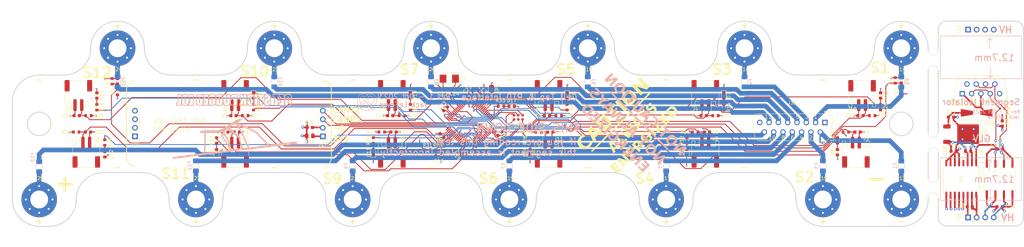
<source format=kicad_pcb>
(kicad_pcb (version 20221018) (generator pcbnew)
  (layers (0 "F.Cu" signal) (1 "In1.Cu" signal) (2 "In2.Cu" signal) (31 "B.Cu" signal) (34 "B.Paste" user) (35 "F.Paste" user) (36 "B.SilkS" user "B.Silkscreen") (37 "F.SilkS" user "F.Silkscreen") (38 "B.Mask" user) (39 "F.Mask" user) (44 "Edge.Cuts" user))
  (net 0 "")
  (net 1 "+3V3")
  (net 2 "GND")
  (net 3 "+3.3VA")
  (net 4 "TEMP0")
  (net 5 "TEMP1")
  (net 6 "TEMP2")
  (net 7 "TEMP3")
  (net 8 "TEMP4")
  (net 9 "TEMP5")
  (net 10 "TEMP6")
  (net 11 "TEMP7")
  (net 12 "TEMP11")
  (net 13 "TEMP10")
  (net 14 "TEMP9")
  (net 15 "TEMP8")
  (net 16 "TEMP12")
  (net 17 "TEMP13")
  (net 18 "TEMP14")
  (net 20 "Net-(D3-A)")
  (net 22 "Net-(D5-A)")
  (net 23 "Net-(D6-A)")
  (net 24 "Net-(D7-A)")
  (net 25 "Net-(D8-A)")
  (net 26 "Net-(D9-A)")
  (net 27 "Net-(D10-A)")
  (net 28 "Net-(D11-A)")
  (net 29 "Net-(D12-A)")
  (net 30 "Net-(D13-A)")
  (net 31 "Net-(D14-A)")
  (net 32 "Net-(D15-A)")
  (net 34 "SWDIO")
  (net 35 "SWCLK")
  (net 36 "SWO")
  (net 37 "Net-(JP1-B)")
  (net 38 "STAT0")
  (net 39 "STAT1")
  (net 40 "STAT2")
  (net 41 "STAT3")
  (net 42 "STAT4")
  (net 43 "STAT5")
  (net 44 "STAT6")
  (net 45 "STAT7")
  (net 46 "STAT11")
  (net 47 "STAT10")
  (net 48 "STAT9")
  (net 49 "STAT8")
  (net 53 "CANRX")
  (net 54 "CANTX")
  (net 55 "/Cell PCB/HSE_IN")
  (net 56 "/Cell PCB/HSE_OUT")
  (net 57 "Net-(D18-K)")
  (net 58 "Net-(D19-common)")
  (net 59 "/Isolator/5V0@GLV")
  (net 60 "/Isolator/GLV-")
  (net 61 "/Isolator/3v3@HV")
  (net 62 "/Cell PCB/segment-n")
  (net 63 "/Cell PCB/cell1-p")
  (net 64 "Net-(J15-Pin_1)")
  (net 65 "/Cell PCB/cell2-p")
  (net 66 "Net-(J16-Pin_1)")
  (net 67 "/Cell PCB/cell3-p")
  (net 68 "Net-(J17-Pin_1)")
  (net 69 "/Cell PCB/cell4-p")
  (net 70 "/Cell PCB/cell5-p")
  (net 71 "Net-(J18-Pin_1)")
  (net 72 "Net-(J19-Pin_1)")
  (net 73 "/Cell PCB/cell6-p")
  (net 74 "Net-(J20-Pin_1)")
  (net 75 "/Cell PCB/cell7-p")
  (net 76 "Net-(J21-Pin_1)")
  (net 77 "/Cell PCB/cell8-p")
  (net 78 "Net-(J22-Pin_1)")
  (net 79 "/Cell PCB/cell9-p")
  (net 80 "Net-(J23-Pin_1)")
  (net 81 "/Cell PCB/cell10-p")
  (net 82 "Net-(J24-Pin_1)")
  (net 83 "/Cell PCB/cell11-p")
  (net 84 "Net-(J25-Pin_1)")
  (net 85 "/Cell PCB/segment-p")
  (net 86 "/Isolator/GND@HV")
  (net 87 "/Isolator/GLV+")
  (net 88 "/Cell PCB/status-led")
  (net 112 "Net-(J13-Pin_1)")
  (net 114 "Net-(D17-A)")
  (net 115 "Net-(J14-Pin_1)")
  (net 116 "/Isolator/CANL")
  (net 117 "/Isolator/CANH")
  (net 118 "/Isolator/CANRX")
  (net 119 "/Isolator/CANTX")
  (footprint "jst_conn:JST_PH_S2B-PH-SM4-TB_1x02-1MP_P2.00mm_Horizontal" (layer "F.Cu") (at 139.92 61.875)
    (fp_text reference "J8")
    (fp_text value "JST S2B-PH-SM4-TB")
  )
  (footprint "Resistor_SMD:R_0603_1608Metric" (layer "F.Cu") (at 289.7 40.500001 90)
    (fp_text reference "TH1")
    (fp_text value "10k NTC ERT-J1VR103J")
  )
  (footprint "Resistor_SMD:R_0603_1608Metric" (layer "F.Cu") (at 49.639999 51 180)
    (fp_text reference "R29")
    (fp_text value "10k 0.1%")
  )
  (footprint "Crystal:Crystal_SMD_5032-2Pin_5.0x3.2mm" (layer "F.Cu") (at 157 40 180)
    (fp_text reference "Y1")
    (fp_text value "8MHz 20pF")
  )
  (footprint "Panelization:mouse-bite-3mm-slot" (layer "F.Cu") (at 301 59 90)
    (fp_text reference "mouse-bite-3mm-slot" hide)
    (fp_text value "VAL**" hide)
  )
  (footprint "Capacitor_SMD:C_0603_1608Metric" (layer "F.Cu") (at 163.389521 44.224783 45)
    (fp_text reference "C21")
    (fp_text value "100n")
  )
  (footprint "MountingHole:MountingHole_5.3mm_M5_Pad_Via" (layer "F.Cu") (at 244.86 30.9375 180)
    (fp_text reference "J16")
    (fp_text value "Mounting Hole M5")
  )
  (footprint "Resistor_SMD:R_0603_1608Metric" (layer "F.Cu") (at 87.78 58.375 -90)
    (fp_text reference "R10")
    (fp_text value "1k")
  )
  (footprint "Capacitor_SMD:C_0603_1608Metric" (layer "F.Cu") (at 46.14 51 180)
    (fp_text reference "C15")
    (fp_text value "1u")
  )
  (footprint "Capacitor_SMD:C_0603_1608Metric" (layer "F.Cu") (at 307.085 61.595001)
    (fp_text reference "C28")
    (fp_text value "100n")
  )
  (footprint "Capacitor_SMD:C_0603_1608Metric" (layer "F.Cu") (at 115.5 54.5)
    (fp_text reference "C22")
    (fp_text value "1u")
  )
  (footprint "Resistor_SMD:R_0603_1608Metric" (layer "F.Cu") (at 56.675 40.775 90)
    (fp_text reference "TH3")
    (fp_text value "10k NTC ERT-J1VR103J")
  )
  (footprint "Capacitor_SMD:C_0603_1608Metric" (layer "F.Cu") (at 233.7 55.875)
    (fp_text reference "C6")
    (fp_text value "1u")
  )
  (footprint "Capacitor_SMD:C_0603_1608Metric" (layer "F.Cu") (at 306.310001 51.435)
    (fp_text reference "C27")
    (fp_text value "1u")
  )
  (footprint "Connector_PinSocket_2.54mm:PinSocket_1x04_P2.54mm_Vertical" (layer "F.Cu") (at 311.39 25.4 90)
    (fp_text reference "J32")
    (fp_text value "Pin Socket 0.1\" 01x04")
  )
  (footprint "Capacitor_SMD:C_0603_1608Metric" (layer "F.Cu") (at 278.5 55.875)
    (fp_text reference "C8")
    (fp_text value "1u")
  )
  (footprint "Resistor_SMD:R_0603_1608Metric" (layer "F.Cu") (at 136.92 55.875)
    (fp_text reference "R21")
    (fp_text value "10k 0.1%")
  )
  (footprint "jst_conn:JST_PH_S2B-PH-SM4-TB_1x02-1MP_P2.00mm_Horizontal" (layer "F.Cu") (at 93.28 45 180)
    (fp_text reference "J6")
    (fp_text value "JST S2B-PH-SM4-TB")
  )
  (footprint "Capacitor_SMD:C_0603_1608Metric" (layer "F.Cu") (at 172.038887 56.377497 -135)
    (fp_text reference "C18")
    (fp_text value "100n")
  )
  (footprint "MountingHole:MountingHole_5.3mm_M5_Pad_Via" (layer "F.Cu") (at 174.9 75.9375)
    (fp_text reference "J19")
    (fp_text value "Mounting Hole M5")
  )
  (footprint "Connector:Tag-Connect_TC2030-IDC-NL_2x03_P1.27mm_Vertical" (layer "F.Cu") (at 177.54 51.5)
    (fp_text reference "J28")
    (fp_text value "TC2030")
  )
  (footprint "Resistor_SMD:R_0603_1608Metric" (layer "F.Cu") (at 275 55.875)
    (fp_text reference "R15")
    (fp_text value "10k 0.1%")
  )
  (footprint "LED_SMD:LED_0603_1608Metric" (layer "F.Cu") (at 227.7 61.875 90)
    (fp_text reference "D6")
    (fp_text value "RED 0603")
  )
  (footprint "Capacitor_SMD:C_0603_1608Metric" (layer "F.Cu") (at 320.775 78.105)
    (fp_text reference "C29")
    (fp_text value "100n")
  )
  (footprint "MountingHole:MountingHole_5.3mm_M5_Pad_Via" (layer "F.Cu") (at 151.58 30.9375 180)
    (fp_text reference "J20")
    (fp_text value "Mounting Hole M5")
  )
  (footprint "Capacitor_SMD:C_0603_1608Metric" (layer "F.Cu") (at 153.775 63)
    (fp_text reference "C16")
    (fp_text value "1u")
  )
  (footprint "jst_conn:JST_PH_S2B-PH-SM4-TB_1x02-1MP_P2.00mm_Horizontal" (layer "F.Cu") (at 278 61.875)
    (fp_text reference "J5")
    (fp_text value "JST S2B-PH-SM4-TB")
  )
  (footprint "Capacitor_SMD:C_0603_1608Metric" (layer "F.Cu") (at 158.5 43)
    (fp_text reference "C24")
    (fp_text value "30p" hide)
  )
  (footprint "Resistor_SMD:R_0603_1608Metric" (layer "F.Cu") (at 46 55.875)
    (fp_text reference "R23")
    (fp_text value "10k 0.1%")
  )
  (footprint "Resistor_SMD:R_0603_1608Metric" (layer "F.Cu") (at 272.5 58.375 -90)
    (fp_text reference "R16")
    (fp_text value "1k")
  )
  (footprint "Connector_PinSocket_2.54mm:PinSocket_1x04_P2.54mm_Vertical" (layer "F.Cu") (at 311.389999 81.28 90)
    (fp_text reference "J30")
    (fp_text value "Pin Socket 0.1\" 01x04")
  )
  (footprint "Resistor_SMD:R_0603_1608Metric" (layer "F.Cu") (at 181.06 58.375 -90)
    (fp_text reference "R28")
    (fp_text value "1k")
  )
  (footprint "MountingHole:MountingHole_5.3mm_M5_Pad_Via" (layer "F.Cu") (at 104.94 30.9375 180)
    (fp_text reference "J22")
    (fp_text value "Mounting Hole M5")
  )
  (footprint "Capacitor_SMD:C_0603_1608Metric" (layer "F.Cu") (at 154.807016 56.936612 135)
    (fp_text reference "C20")
    (fp_text value "100n")
  )
  (footprint "LED_SMD:LED_0603_1608Metric" (layer "F.Cu") (at 134.42 61.875 90)
    (fp_text reference "D11")
    (fp_text value "RED 0603")
  )
  (footprint "Capacitor_SMD:C_0603_1608Metric" (layer "F.Cu") (at 279.34 51 180)
    (fp_text reference "C13")
    (fp_text value "1u")
  )
  (footprint "Resistor_SMD:R_0603_1608Metric" (layer "F.Cu") (at 183.56 55.875)
    (fp_text reference "R27")
    (fp_text value "10k 0.1%")
  )
  (footprint "Resistor_SMD:R_0603_1608Metric" (layer "F.Cu") (at 172.4 48.2)
    (fp_text reference "R33")
    (fp_text value "1k")
  )
  (footprint "Capacitor_SMD:C_0603_1608Metric" (layer "F.Cu") (at 311.885 78.105)
    (fp_text reference "C32")
    (fp_text value "10u")
  )
  (footprint "LED_SMD:LED_0603_1608Metric" (layer "F.Cu") (at 285.34 45 -90)
    (fp_text reference "D13")
    (fp_text value "RED 0603")
  )
  (footprint "Capacitor_SMD:C_0603_1608Metric" (layer "F.Cu") (at 311.39 61.595)
    (fp_text reference "C26")
    (fp_text value "10u")
  )
  (footprint "MountingHole:MountingHole_5.3mm_M5_Pad_Via" (layer "F.Cu") (at 268.18 75.9375)
    (fp_text reference "J15")
    (fp_text value "Mounting Hole M5")
  )
  (footprint "Resistor_SMD:R_0603_1608Metric" (layer "F.Cu") (at 282.839999 51 180)
    (fp_text reference "R25")
    (fp_text value "10k 0.1%")
  )
  (footprint "footprints:SO_0DVER_TEX" (layer "F.Cu") (at 309.345 69.85 -90)
    (fp_text reference "U2")
    (fp_text value "UCC12040DVE")
  )
  (footprint "Capacitor_SMD:C_0603_1608Metric" (layer "F.Cu") (at 187.06 55.875)
    (fp_text reference "C14")
    (fp_text value "1u")
  )
  (footprint "MountingHole:MountingHole_5.3mm_M5_Pad_Via" (layer "F.Cu") (at 198.22 30.9375 180)
    (fp_text reference "J18")
    (fp_text value "Mounting Hole M5")
  )
  (footprint "Resistor_SMD:R_0603_1608Metric" (layer "F.Cu") (at 58.275 43.975 90)
    (fp_text reference "R7")
    (fp_text value "10k 0.1%")
  )
  (footprint "jst_conn:JST_PH_S2B-PH-SM4-TB_1x02-1MP_P2.00mm_Horizontal" (layer "F.Cu") (at 93.28 61.875)
    (fp_text reference "J2")
    (fp_text value "JST S2B-PH-SM4-TB")
  )
  (footprint "jst_conn:JST_PH_S2B-PH-SM4-TB_1x02-1MP_P2.00mm_Horizontal" (layer "F.Cu") (at 46.64 45 180)
    (fp_text reference "J12")
    (fp_text value "JST S2B-PH-SM4-TB")
  )
  (footprint "Resistor_SMD:R_0603_1608Metric" (layer "F.Cu") (at 189.559999 51 180)
    (fp_text reference "R5")
    (fp_text value "10k 0.1%")
  )
  (footprint "jst_conn:JST_PH_S2B-PH-SM4-TB_1x02-1MP_P2.00mm_Horizontal" (layer "F.Cu") (at 186.56 61.875)
    (fp_text reference "J11")
    (fp_text value "JST S2B-PH-SM4-TB")
  )
  (footprint "Resistor_SMD:R_0603_1608Metric" (layer "F.Cu") (at 134.42 58.375 -90)
    (fp_text reference "R22")
    (fp_text value "1k")
  )
  (footprint "Resistor_SMD:R_0603_1608Metric" (layer "F.Cu") (at 285.34 48.5 90)
    (fp_text reference "R26")
    (fp_text value "1k")
  )
  (footprint "LED_SMD:LED_0603_1608Metric" (layer "F.Cu") (at 181.06 61.875 90)
    (fp_text reference "D14")
    (fp_text value "RED 0603")
  )
  (footprint "Panelization:mouse-bite-3mm-slot" (layer "F.Cu") (at 301 34.5 90)
    (fp_text reference "mouse-bite-3mm-slot" hide)
    (fp_text value "VAL**" hide)
  )
  (footprint "Capacitor_SMD:C_0603_1608Metric" (layer "F.Cu") (at 49.5 55.875)
    (fp_text reference "C12")
    (fp_text value "1u")
  )
  (footprint "Package_SO:SOP-8_6.62x9.15mm_P2.54mm" (layer "F.Cu") (at 320.775 69.85 90)
    (fp_text reference "U4")
    (fp_text value "ISO1050DUB")
  )
  (footprint "Capacitor_SMD:C_0603_1608Metric" (layer "F.Cu") (at 166.770262 45.13065 -45)
    (fp_text reference "C17")
    (fp_text value "4u7")
  )
  (footprint "Diode_SMD:D_SMA-SMB_Universal_Handsoldering" (layer "F.Cu") (at 313.93 50.165)
    (fp_text reference "D18")
    (fp_text value "SSB43L")
  )
  (footprint "MountingHole:MountingHole_5.3mm_M5_Pad_Via" (layer "F.Cu") (at 221.54 75.9375)
    (fp_text reference "J17")
    (fp_text value "Mounting Hole M5")
  )
  (footprint "MountingHole:MountingHole_5.3mm_M5_Pad_Via" (layer "F.Cu") (at 291.5 75.9375)
    (fp_text reference "J13")
    (fp_text value "Mounting Hole M5")
  )
  (footprint "Capacitor_SMD:C_0603_1608Metric" (layer "F.Cu") (at 155.911643 48.950387 45)
    (fp_text reference "C23")
    (fp_text value "100n")
  )
  (footprint "Resistor_SMD:R_0603_1608Metric" (layer "F.Cu") (at 150.575 61.2)
    (fp_text reference "R31")
    (fp_text value "10k 0.1%")
  )
  (footprint "MountingHole:MountingHole_5.3mm_M5_Pad_Via" (layer "F.Cu") (at 81.62 75.9375)
    (fp_text reference "J23")
    (fp_text value "Mounting Hole M5")
  )
  (footprint "LED_SMD:LED_0603_1608Metric" (layer "F.Cu") (at 54.5 62.5 90)
    (fp_text reference "D12")
    (fp_text value "RED 0603")
  )
  (footprint "Capacitor_SMD:C_0603_1608Metric" (layer "F.Cu") (at 155 42.999999 180)
    (fp_text reference "C25")
    (fp_text value "30p")
  )
  (footprint "Resistor_SMD:R_0805_2012Metric" (layer "F.Cu") (at 115.5 57 180)
    (fp_text reference "FB1")
    (fp_text value "100R@100MHz")
  )
  (footprint "Package_TO_SOT_SMD:TO-252-2" (layer "F.Cu") (at 310.12 56.514999)
    (fp_text reference "U3")
    (fp_text value "L7805CDT")
  )
  (footprint "Resistor_SMD:R_0603_1608Metric" (layer "F.Cu") (at 52.14 48.5 90)
    (fp_text reference "R30")
    (fp_text value "1k")
  )
  (footprint "jst_conn:JST_PH_S2B-PH-SM4-TB_1x02-1MP_P2.00mm_Horizontal" (layer "F.Cu") (at 279.84 45 180)
    (fp_text reference "J10")
    (fp_text value "JST S2B-PH-SM4-TB")
  )
  (footprint "MountingHole:MountingHole_5.3mm_M5_Pad_Via" (layer "F.Cu") (at 291.5 30.9375 180)
    (fp_text reference "J14")
    (fp_text value "Mounting Hole M5")
  )
  (footprint "jst_conn:JST_PH_S2B-PH-SM4-TB_1x02-1MP_P2.00mm_Horizontal" (layer "F.Cu") (at 186.56 45 180)
    (fp_text reference "J1")
    (fp_text value "JST S2B-PH-SM4-TB")
  )
  (footprint "jst_conn:JST_PH_S2B-PH-SM4-TB_1x02-1MP_P2.00mm_Horizontal" (layer "F.Cu") (at 233.2 61.875)
    (fp_text reference "J3")
    (fp_text value "JST S2B-PH-SM4-TB")
  )
  (footprint "Capacitor_SMD:C_0603_1608Metric" (layer "F.Cu") (at 321.55 53.34 -90)
    (fp_text reference "C30")
    (fp_text value "100n")
  )
  (footprint "jst_conn:JST_PH_S2B-PH-SM4-TB_1x02-1MP_P2.00mm_Horizontal" (layer "F.Cu") (at 139.92 45 180)
    (fp_text reference "J7")
    (fp_text value "JST S2B-PH-SM4-TB")
  )
  (footprint "LED_SMD:LED_0603_1608Metric" (layer "F.Cu") (at 175.575 48.2 180)
    (fp_text reference "D17")
    (fp_text value "RED 0603")
  )
  (footprint "jst_conn:JST_PH_S2B-PH-SM4-TB_1x02-1MP_P2.00mm_Horizontal" (layer "F.Cu") (at 49 61.875)
    (fp_text reference "J9")
    (fp_text value "JST S2B-PH-SM4-TB")
  )
  (footprint "Resistor_SMD:R_0603_1608Metric" (layer "F.Cu") (at 230.2 55.875)
    (fp_text reference "R11")
    (fp_text value "10k 0.1%")
  )
  (footprint "dsub:DSUB-9_Female_Vertical_P2.77x2.84mm" (layer "F.Cu") (at 309.66 44.45 180)
    (fp_text reference "J29")
    (fp_text value "Norcomp 172-009-243R021")
  )
  (footprint "Connector_PinHeader_2.54mm:PinHeader_1x04_P2.54mm_Vertical" (layer "F.Cu") (at 119.379999 57.15 180)
    (fp_text reference "J27")
    (fp_text value "Pin Header 0.1\" 01x04")
  )
  (footprint "Capacitor_SMD:C_0603_1608Metric" (layer "F.Cu") (at 92.78 51 180)
    (fp_text reference "C9")
    (fp_text value "1u")
  )
  (footprint "Capacitor_SMD:C_0603_1608Metric" (layer "F.Cu") (at 186.06 51 180)
    (fp_text reference "C3")
    (fp_text value "1u")
  )
  (footprint "LED_SMD:LED_0603_1608Metric" (layer "F.Cu") (at 52.14 45 -90)
    (fp_text reference "D15")
    (fp_text value "RED 0603")
  )
  (footprint "LED_SMD:LED_0603_1608Metric" (layer "F.Cu") (at 192.06 45 -90)
    (fp_text reference "D3")
    (fp_text value "RED 0603")
  )
  (footprint "Panelization:mouse-bite-3mm-slot" (layer "F.Cu") (at 301 72.5 90)
    (fp_text reference "mouse-bite-3mm-slot" hide)
    (fp_text value "VAL**" hide)
  )
  (footprint "Resistor_SMD:R_0603_1608Metric" (layer "F.Cu") (at 96.279999 51 180)
    (fp_text reference "R17")
    (fp_text value "10k 0.1%")
  )
  (footprint "Resistor_SMD:R_0603_1608Metric" (layer "F.Cu") (at 236.199999 51 180)
    (fp_text reference "R13")
    (fp_text value "10k 0.1%")
  )
  (footprint "Capacitor_SMD:C_0603_1608Metric" (layer "F.Cu") (at 140.42 55.875)
    (fp_text reference "C11")
    (fp_text value "1u")
  )
  (footprint "Resistor_SMD:R_0603_1608Metric" (layer "F.Cu") (at 238.7 48.5 90)
    (fp_text reference "R14")
    (fp_text value "1k")
  )
  (footprint "Capacitor_SMD:C_0603_1608Metric" (layer "F.Cu") (at 93.78 55.875)
    (fp_text reference "C5")
    (fp_text value "1u")
  )
  (footprint "Resistor_SMD:R_0603_1608Metric" (layer "F.Cu") (at 90.28 55.875)
    (fp_text reference "R9")
    (fp_text value "10k 0.1%")
  )
  (footprint "Resistor_SMD:R_0603_1608Metric" (layer "F.Cu") (at 145.42 48.5 90)
    (fp_text reference "R20")
    (fp_text value "1k")
  )
  (footprint "Jumper:SolderJumper-2_P1.3mm_Bridged_RoundedPad1.0x1.5mm" (layer "F.Cu") (at 169.6 43 -90)
    (fp_text reference "JP1")
    (fp_text value "SolderJumper_2_Bridged")
  )
  (footprint "LED_SMD:LED_0603_1608Metric" (layer "F.Cu") (at 87.78 61.875 90)
    (fp_text reference "D5")
    (fp_text value "RED 0603")
  )
  (footprint "Resistor_SMD:R_0603_1608Metric" (layer "F.Cu") (at 227.7 58.375 -90)
    (fp_text reference "R12")
    (fp_text value "1k")
  )
  (footprint "Package_QFP:LQFP-64_10x10mm_P0.5mm" (layer "F.Cu") (at 163.24 53.4375 -45)
    (fp_text reference "U1")
    (fp_text value "STM32F103R8T6")
  )
  (footprint "Connector_PinHeader_2.54mm:PinHeader_1x04_P2.54mm_Vertical" (layer "F.Cu") (at 63.499999 57.15 180)
    (fp_text reference "J26")
    (fp_text value "Pin Header 0.1\" 01x04")
  )
  (footprint "MountingHole:MountingHole_5.3mm_M5_Pad_Via" (layer "F.Cu") (at 34.98 75.9375)
    (fp_text reference "J25")
    (fp_text value "Mounting Hole M5")
  )
  (footprint "LED_SMD:LED_0603_1608Metric" (layer "F.Cu") (at 272.5 61.875 90)
    (fp_text reference "D8")
    (fp_text value "RED 0603")
  )
  (footprint "Resistor_SMD:R_0603_1608Metric" (layer "F.Cu") (at 98.78 48.5 90)
    (fp_text reference "R18")
    (fp_text value "1k")
  )
  (footprint "Capacitor_SMD:C_0603_1608Metric" (layer "F.Cu") (at 232.7 51 180)
    (fp_text reference "C7")
    (fp_text value "1u")
  )
  (footprint "Resistor_SMD:R_0603_1608Metric" (layer "F.Cu") (at 291.5 43.7 90)
    (fp_text reference "R1")
    (fp_text value "10k 0.1%")
  )
  (footprint "Capacitor_SMD:C_0603_1608Metric" (layer "F.Cu") (at 160.179667 61.999676 135)
    (fp_text reference "C19")
    (fp_text value "100n")
  )
  (footprint "LED_SMD:LED_0603_1608Metric" (layer "F.Cu") (at 145.42 45 -90)
    (fp_text reference "D10")
    (fp_text value "RED 0603")
  )
  (footprint "MountingHole:MountingHole_5.3mm_M5_Pad_Via" (layer "F.Cu") (at 128.26 75.9375)
    (fp_text reference "J21")
    (fp_text value "Mounting Hole M5")
  )
  (footprint "MountingHole:MountingHole_5.3mm_M5_Pad_Via" (layer "F.Cu") (at 58.3 30.9375 180)
    (fp_text reference "J24")
    (fp_text value "Mounting Hole M5")
  )
  (footprint "LED_SMD:LED_0603_1608Metric" (layer "F.Cu") (at 98.78 45 -90)
    (fp_text reference "D9")
    (fp_text value "RED 0603")
  )
  (footprint "LED_SMD:LED_0603_1608Metric" (layer "F.Cu") (at 238.7 45 -90)
    (fp_text reference "D7")
    (fp_text value "RED 0603")
  )
  (footprint "dsub:DSUB-15_Female_Vertical_P2.77x2.84mm" (layer "F.Cu") (at 268.775 53.04)
    (fp_text reference "J31")
    (fp_text value "172-015-243R021")
  )
  (footprint "Resistor_SMD:R_0603_1608Metric" (layer "F.Cu") (at 153.775 61.2)
    (fp_text reference "TH4")
    (fp_text value "10k NTC ERT-J1VR103J")
  )
  (footprint "Package_TO_SOT_SMD:SOT-323_SC-70" (layer "F.Cu") (at 321.55 49.895 -90)
    (fp_text reference "D19")
    (fp_text value "ESDCAN24-2BLY")
  )
  (footprint "Resistor_SMD:R_0603_1608Metric" (layer "F.Cu") (at 142.919999 51 180)
    (fp_text reference "R19")
    (fp_text value "10k 0.1%")
  )
  (footprint "Resistor_SMD:R_0603_1608Metric" (layer "F.Cu") (at 192.06 48.5 90)
    (fp_text reference "R6")
    (fp_text value "1k")
  )
  (footprint "Capacitor_SMD:C_0603_1608Metric" (layer "F.Cu") (at 320.915 60.96 180)
    (fp_text reference "C31")
    (fp_text value "100n")
  )
  (footprint "Resistor_SMD:R_0603_1608Metric" (layer "F.Cu") (at 54.5 59 -90)
    (fp_text reference "R24")
    (fp_text value "1k")
  )
  (footprint "Capacitor_SMD:C_0603_1608Metric" (layer "F.Cu") (at 139.42 51 180)
    (fp_text reference "C10")
    (fp_text value "1u")
  )
  (footprint "Capacitor_SMD:C_0603_1608Metric" (layer "F.Cu") (at 58.275 40.775 90)
    (fp_text reference "C4")
    (fp_text value "1u")
  )
  (footprint "Capacitor_SMD:C_0603_1608Metric" (layer "F.Cu") (at 291.5 40.5 90)
    (fp_text reference "C1")
    (fp_text value "1u")
  )
  (footprint "jst_conn:JST_PH_S2B-PH-SM4-TB_1x02-1MP_P2.00mm_Horizontal" (layer "F.Cu") (at 233.2 45 180)
    (fp_text reference "J4")
    (fp_text value "JST S2B-PH-SM4-TB")
  )
  (footprint "Fuse:Fuse_1206_3216Metric_Pad1.42x1.75mm_HandSolder" (layer "B.Cu") (at 174.9 65.9375 -90)
    (fp_text reference "F7")
    (fp_text value "2A 63VDC 1206")
  )
  (footprint "art:stickbug" (layer "B.Cu") (at 93.28 53.4375 180)
    (fp_text reference "G***" hide)
    (fp_text value "LOGO" hide)
  )
  (footprint "Fuse:Fuse_1206_3216Metric_Pad1.42x1.75mm_HandSolder" (layer "B.Cu") (at 268.18 65.9375 -90)
    (fp_text reference "F3")
    (fp_text value "2A 63VDC 1206")
  )
  (footprint "Fuse:Fuse_1206_3216Metric_Pad1.42x1.75mm_HandSolder" (layer "B.Cu") (at 58.3 40.9375 90)
    (fp_text reference "F12")
    (fp_text value "2A 63VDC 1206")
  )
  (footprint "Fuse:Fuse_1206_3216Metric_Pad1.42x1.75mm_HandSolder" (layer "B.Cu") (at 198.22 40.9375 90)
    (fp_text reference "F6")
    (fp_text value "2A 63VDC 1206")
  )
  (footprint "NetTie:NetTie-2_SMD_Pad0.5mm" (layer "B.Cu") (at 267.3604 58.2168 -90)
    (fp_text reference "NT1" hide)
    (fp_text value "NetTie_2" hide)
  )
  (footprint "Fuse:Fuse_1206_3216Metric_Pad1.42x1.75mm_HandSolder" (layer "B.Cu") (at 291.5 66 -90)
    (fp_text reference "F1")
    (fp_text value "2A 63VDC 1206")
  )
  (footprint "Fuse:Fuse_1206_3216Metric_Pad1.42x1.75mm_HandSolder" (layer "B.Cu") (at 291.5 40.9375 90)
    (fp_text reference "F2")
    (fp_text value "2A 63VDC 1206")
  )
  (footprint "Fuse:Fuse_1206_3216Metric_Pad1.42x1.75mm_HandSolder" (layer "B.Cu") (at 151.58 40.9375 90)
    (fp_text reference "F8")
    (fp_text value "2A 63VDC 1206")
  )
  (footprint "art:pretzel" (layer "B.Cu") (at 132.51 46.92 180)
    (fp_text reference "G***" hide)
    (fp_text value "LOGO" hide)
  )
  (footprint "Fuse:Fuse_1206_3216Metric_Pad1.42x1.75mm_HandSolder" (layer "B.Cu") (at 244.86 40.9375 90)
    (fp_text reference "F4")
    (fp_text value "2A 63VDC 1206")
  )
  (footprint "Fuse:Fuse_1206_3216Metric_Pad1.42x1.75mm_HandSolder" (layer "B.Cu") (at 34.98 66.175 -90)
    (fp_text reference "F13")
    (fp_text value "2A 63VDC 1206")
  )
  (footprint "Fuse:Fuse_1206_3216Metric_Pad1.42x1.75mm_HandSolder" (layer "B.Cu") (at 81.62 65.9375 -90)
    (fp_text reference "F11")
    (fp_text value "2A 63VDC 1206")
  )
  (footprint "Fuse:Fuse_1206_3216Metric_Pad1.42x1.75mm_HandSolder" (layer "B.Cu") (at 104.94 40.9375 90)
    (fp_text reference "F10")
    (fp_text value "2A 63VDC 1206")
  )
  (footprint "Fuse:Fuse_1206_3216Metric_Pad1.42x1.75mm_HandSolder" (layer "B.Cu") (at 221.54 65.9375 -90)
    (fp_text reference "F5")
    (fp_text value "2A 63VDC 1206")
  )
  (footprint "Fuse:Fuse_1206_3216Metric_Pad1.42x1.75mm_HandSolder" (layer "B.Cu") (at 128.26 65.9375 -90)
    (fp_text reference "F9")
    (fp_text value "2A 63VDC 1206")
  )
  (gr_line (start 317.105 64.77) (end 317.74 64.135) (stroke (width 0.15)) (layer "B.SilkS"))
  (gr_line (start 317.74 67.31) (end 317.74 64.135) (stroke (width 0.15)) (layer "B.SilkS"))
  (gr_line (start 318.0575 39.6875) (end 317.4225 39.0525) (stroke (width 0.15)) (layer "B.SilkS"))
  (gr_rect (start 303.135 63.5) (end 327.265 76.2) (stroke (width 0.15)) (fill none) (layer "B.SilkS"))
  (gr_rect (start 303.135 27.305) (end 327.265 40.005) (stroke (width 0.15)) (fill none) (layer "B.SilkS"))
  (gr_line (start 318.375 28.575) (end 317.74 27.94) (stroke (width 0.15)) (layer "B.SilkS"))
  (gr_line (start 318.375 64.77) (end 317.74 64.135) (stroke (width 0.15)) (layer "B.SilkS"))
  (gr_line (start 317.74 31.115) (end 317.74 27.94) (stroke (width 0.15)) (layer "B.SilkS"))
  (gr_line (start 318.0575 75.8825) (end 317.4225 75.2475) (stroke (width 0.15)) (layer "B.SilkS"))
  (gr_line (start 318.6925 75.2475) (end 318.0575 75.8825) (stroke (width 0.15)) (layer "B.SilkS"))
  (gr_line (start 318.0575 72.7075) (end 318.0575 75.8825) (stroke (width 0.15)) (layer "B.SilkS"))
  (gr_line (start 317.105 28.575) (end 317.74 27.94) (stroke (width 0.15)) (layer "B.SilkS"))
  (gr_line (start 205 44) (end 222 61) (stroke (width 0.5)) (layer "B.SilkS"))
  (gr_line (start 317.4225 75.2475) (end 318.0575 75.8825) (stroke (width 0.15)) (layer "B.SilkS"))
  (gr_line (start 317.4225 39.0525) (end 318.0575 39.6875) (stroke (width 0.15)) (layer "B.SilkS"))
  (gr_line (start 318.6925 39.0525) (end 318.0575 39.6875) (stroke (width 0.15)) (layer "B.SilkS"))
  (gr_line (start 318.0575 36.5125) (end 318.0575 39.6875) (stroke (width 0.15)) (layer "B.SilkS"))
  (gr_line (start 317.74 64.135) (end 318.375 64.77) (stroke (width 0.15)) (layer "B.SilkS"))
  (gr_line (start 317.74 27.94) (end 318.375 28.575) (stroke (width 0.15)) (layer "B.SilkS"))
  (gr_line (start 199.5 61.5) (end 216.5 44.5) (stroke (width 0.5)) (layer "F.SilkS"))
  (gr_line (start 122.75 54.75) (end 125 54.75) (stroke (width 0.3)) (layer "F.SilkS"))
  (gr_line (start 125 53.75) (end 125 55.75) (stroke (width 0.3)) (layer "F.SilkS"))
  (gr_line (start 121.92 43.18) (end 121.92 63.5) (stroke (width 0.25)) (layer "F.SilkS"))
  (gr_line (start 126.25 54.75) (end 125 53.75) (stroke (width 0.3)) (layer "F.SilkS"))
  (gr_line (start 60.959999 63.499999) (end 60.96 43.180001) (stroke (width 0.25)) (layer "F.SilkS"))
  (gr_arc (start 60.96 43.180001) (mid 61.703948 41.38395) (end 63.499999 40.64) (stroke (width 0.25)) (layer "F.SilkS"))
  (gr_arc (start 63.499999 66.04) (mid 61.703947 65.296051) (end 60.959999 63.499999) (stroke (width 0.25)) (layer "F.SilkS"))
  (gr_arc (start 119.38 40.64) (mid 121.176051 41.383949) (end 121.92 43.18) (stroke (width 0.25)) (layer "F.SilkS"))
  (gr_arc (start 121.92 63.5) (mid 121.176051 65.296052) (end 119.379999 66.04) (stroke (width 0.25)) (layer "F.SilkS"))
  (gr_line (start 125 55.75) (end 126.25 54.75) (stroke (width 0.3)) (layer "F.SilkS"))
  (gr_line (start 120.94 38.9375) (end 135.58 38.9375) (stroke (width 0.25)) (layer "Edge.Cuts"))
  (gr_arc (start 236.86 30.9375) (mid 234.516854 36.594354) (end 228.86 38.9375) (stroke (width 0.25)) (layer "Edge.Cuts"))
  (gr_line (start 26.98 75.9375) (end 26.98 67.5) (stroke (width 0.25)) (layer "Edge.Cuts"))
  (gr_line (start 299.5 62) (end 299.5 67.5) (stroke (width 0.25)) (layer "Edge.Cuts"))
  (gr_arc (start 299.5 37.5) (mid 301 36) (end 302.5 37.5) (stroke (width 0.1)) (layer "Edge.Cuts"))
  (gr_line (start 325.359999 83.820001) (end 305.04 83.820001) (stroke (width 0.25)) (layer "Edge.Cuts"))
  (gr_arc (start 96.94 30.9375) (mid 94.596854 36.594354) (end 88.94 38.9375) (stroke (width 0.25)) (layer "Edge.Cuts"))
  (gr_arc (start 302.5 25.4) (mid 303.243949 23.603949) (end 305.04 22.86) (stroke (width 0.25)) (layer "Edge.Cuts"))
  (gr_line (start 305.04 22.86) (end 325.36 22.860001) (stroke (width 0.25)) (layer "Edge.Cuts"))
  (gr_arc (start 89.62 75.9375) (mid 81.62 83.9375) (end 73.62 75.9375) (stroke (width 0.25)) (layer "Edge.Cuts"))
  (gr_line (start 299.5 37.5) (end 299.5 56) (stroke (width 0.25)) (layer "Edge.Cuts"))
  (gr_arc (start 96.94 30.9375) (mid 104.94 22.9375) (end 112.94 30.9375) (stroke (width 0.25)) (layer "Edge.Cuts"))
  (gr_arc (start 65.62 67.9375) (mid 71.276854 70.280646) (end 73.62 75.9375) (stroke (width 0.25)) (layer "Edge.Cuts"))
  (gr_arc (start 236.86 30.9375) (mid 244.86 22.9375) (end 252.86 30.9375) (stroke (width 0.25)) (layer "Edge.Cuts"))
  (gr_line (start 302.5 81.28) (end 302.5 75.5) (stroke (width 0.25)) (layer "Edge.Cuts"))
  (gr_arc (start 190.22 30.9375) (mid 198.22 22.9375) (end 206.22 30.9375) (stroke (width 0.25)) (layer "Edge.Cuts"))
  (gr_arc (start 46 75.9375) (mid 48.343146 70.280646) (end 54 67.9375) (stroke (width 0.25)) (layer "Edge.Cuts"))
  (gr_line (start 34.98 38.9375) (end 42.3 38.9375) (stroke (width 0.25)) (layer "Edge.Cuts"))
  (gr_arc (start 74.3 38.9375) (mid 68.643146 36.594354) (end 66.3 30.9375) (stroke (width 0.25)) (layer "Edge.Cuts"))
  (gr_line (start 302.5 69.5) (end 302.5 62) (stroke (width 0.25)) (layer "Edge.Cuts"))
  (gr_line (start 214.22 38.9375) (end 228.86 38.9375) (stroke (width 0.25)) (layer "Edge.Cuts"))
  (gr_line (start 144.26 67.9375) (end 158.9 67.9375) (stroke (width 0.25)) (layer "Edge.Cuts"))
  (gr_arc (start 283.5 30.9375) (mid 291.5 22.9375) (end 299.5 30.9375) (stroke (width 0.25)) (layer "Edge.Cuts"))
  (gr_line (start 260.86 38.9375) (end 275.5 38.9375) (stroke (width 0.25)) (layer "Edge.Cuts"))
  (gr_arc (start 229.54 75.9375) (mid 231.883146 70.280646) (end 237.54 67.9375) (stroke (width 0.25)) (layer "Edge.Cuts"))
  (gr_line (start 74.3 38.9375) (end 88.94 38.9375) (stroke (width 0.25)) (layer "Edge.Cuts"))
  (gr_line (start 54 67.9375) (end 65.62 67.9375) (stroke (width 0.25)) (layer "Edge.Cuts"))
  (gr_arc (start 260.86 38.9375) (mid 255.203146 36.594354) (end 252.86 30.9375) (stroke (width 0.25)) (layer "Edge.Cuts"))
  (gr_line (start 167.58 38.9375) (end 182.22 38.9375) (stroke (width 0.25)) (layer "Edge.Cuts"))
  (gr_arc (start 325.36 22.860001) (mid 327.156051 23.603949) (end 327.9 25.4) (stroke (width 0.25)) (layer "Edge.Cuts"))
  (gr_arc (start 299.5 75.5) (mid 301 74) (end 302.5 75.5) (stroke (width 0.1)) (layer "Edge.Cuts"))
  (gr_arc (start 143.58 30.9375) (mid 151.58 22.9375) (end 159.58 30.9375) (stroke (width 0.25)) (layer "Edge.Cuts"))
  (gr_line (start 34.98 83.9375) (end 38 83.9375) (stroke (width 0.25)) (layer "Edge.Cuts"))
  (gr_arc (start 252.18 67.9375) (mid 257.836854 70.280646) (end 260.18 75.9375) (stroke (width 0.25)) (layer "Edge.Cuts"))
  (gr_arc (start 34.98 83.9375) (mid 29.323146 81.594354) (end 26.98 75.9375) (stroke (width 0.25)) (layer "Edge.Cuts"))
  (gr_arc (start 26.98 46.9375) (mid 29.323146 41.280646) (end 34.98 38.9375) (stroke (width 0.25)) (layer "Edge.Cuts"))
  (gr_line (start 327.9 25.4) (end 327.9 81.280001) (stroke (width 0.25)) (layer "Edge.Cuts"))
  (gr_arc (start 268.18 83.9375) (mid 262.523146 81.594354) (end 260.18 75.9375) (stroke (width 0.25)) (layer "Edge.Cuts"))
  (gr_arc (start 120.94 38.9375) (mid 115.283146 36.594354) (end 112.94 30.9375) (stroke (width 0.25)) (layer "Edge.Cuts"))
  (gr_line (start 190.9 67.9375) (end 205.54 67.9375) (stroke (width 0.25)) (layer "Edge.Cuts"))
  (gr_line (start 237.54 67.9375) (end 252.18 67.9375) (stroke (width 0.25)) (layer "Edge.Cuts"))
  (gr_circle (center 34.98 53.4375) (end 38.48 53.4375) (stroke (width 0.25)) (fill none) (layer "Edge.Cuts"))
  (gr_arc (start 50.3 30.9375) (mid 47.956854 36.594354) (end 42.3 38.9375) (stroke (width 0.25)) (layer "Edge.Cuts"))
  (gr_arc (start 167.58 38.9375) (mid 161.923146 36.594354) (end 159.58 30.9375) (stroke (width 0.25)) (layer "Edge.Cuts"))
  (gr_arc (start 302.5 31.5) (mid 301 33) (end 299.5 31.5) (stroke (width 0.1)) (layer "Edge.Cuts"))
  (gr_arc (start 112.26 67.9375) (mid 117.916854 70.280646) (end 120.26 75.9375) (stroke (width 0.25)) (layer "Edge.Cuts"))
  (gr_line (start 299.5 75.5) (end 299.5 75.9375) (stroke (width 0.25)) (layer "Edge.Cuts"))
  (gr_arc (start 136.26 75.9375) (mid 128.26 83.9375) (end 120.26 75.9375) (stroke (width 0.25)) (layer "Edge.Cuts"))
  (gr_line (start 302.5 31.5) (end 302.5 25.4) (stroke (width 0.25)) (layer "Edge.Cuts"))
  (gr_arc (start 299.5 62) (mid 301 60.5) (end 302.5 62) (stroke (width 0.1)) (layer "Edge.Cuts"))
  (gr_line (start 97.62 67.9375) (end 112.26 67.9375) (stroke (width 0.25)) (layer "Edge.Cuts"))
  (gr_arc (start 158.9 67.9375) (mid 164.556854 70.280646) (end 166.9 75.9375) (stroke (width 0.25)) (layer "Edge.Cuts"))
  (gr_circle (center 291.5 53.4375) (end 295 53.4375) (stroke (width 0.25)) (fill none) (layer "Edge.Cuts"))
  (gr_arc (start 214.22 38.9375) (mid 208.563146 36.594354) (end 206.22 30.9375) (stroke (width 0.25)) (layer "Edge.Cuts"))
  (gr_arc (start 305.04 83.820001) (mid 303.243948 83.076052) (end 302.5 81.28) (stroke (width 0.25)) (layer "Edge.Cuts"))
  (gr_arc (start 89.62 75.9375) (mid 91.963146 70.280646) (end 97.62 67.9375) (stroke (width 0.25)) (layer "Edge.Cuts"))
  (gr_arc (start 283.5 30.9375) (mid 281.156854 36.594354) (end 275.5 38.9375) (stroke (width 0.25)) (layer "Edge.Cuts"))
  (gr_arc (start 136.26 75.9375) (mid 138.603146 70.280646) (end 144.26 67.9375) (stroke (width 0.25)) (layer "Edge.Cuts"))
  (gr_arc (start 182.9 75.9375) (mid 185.243146 70.280646) (end 190.9 67.9375) (stroke (width 0.25)) (layer "Edge.Cuts"))
  (gr_arc (start 302.5 69.5) (mid 301 71) (end 299.5 69.5) (stroke (width 0.1)) (layer "Edge.Cuts"))
  (gr_arc (start 302.5 56) (mid 301 57.5) (end 299.5 56) (stroke (width 0.1)) (layer "Edge.Cuts"))
  (gr_line (start 299.5 30.9375) (end 299.5 31.5) (stroke (width 0.25)) (layer "Edge.Cuts"))
  (gr_arc (start 205.54 67.9375) (mid 211.196854 70.280646) (end 213.54 75.9375) (stroke (width 0.25)) (layer "Edge.Cuts"))
  (gr_line (start 299.5 67.5) (end 299.5 69.5) (stroke (width 0.25)) (layer "Edge.Cuts"))
  (gr_arc (start 299.5 75.9375) (mid 297.156854 81.594354) (end 291.5 83.9375) (stroke (width 0.25)) (layer "Edge.Cuts"))
  (gr_line (start 302.5 56) (end 302.5 37.5) (stroke (width 0.25)) (layer "Edge.Cuts"))
  (gr_arc (start 229.54 75.9375) (mid 221.54 83.9375) (end 213.54 75.9375) (stroke (width 0.25)) (layer "Edge.Cuts"))
  (gr_arc (start 50.3 30.9375) (mid 58.3 22.9375) (end 66.3 30.9375) (stroke (width 0.25)) (layer "Edge.Cuts"))
  (gr_arc (start 46 75.9375) (mid 43.656854 81.594354) (end 38 83.9375) (stroke (width 0.25)) (layer "Edge.Cuts"))
  (gr_arc (start 327.9 81.280001) (mid 327.156051 83.076052) (end 325.359999 83.820001) (stroke (width 0.25)) (layer "Edge.Cuts"))
  (gr_line (start 268.18 83.9375) (end 291.5 83.9375) (stroke (width 0.25)) (layer "Edge.Cuts"))
  (gr_arc (start 190.22 30.9375) (mid 187.876854 36.594354) (end 182.22 38.9375) (stroke (width 0.25)) (layer "Edge.Cuts"))
  (gr_arc (start 182.9 75.9375) (mid 174.9 83.9375) (end 166.9 75.9375) (stroke (width 0.25)) (layer "Edge.Cuts"))
  (gr_arc (start 143.58 30.9375) (mid 141.236854 36.594354) (end 135.58 38.9375) (stroke (width 0.25)) (layer "Edge.Cuts"))
  (gr_line (start 26.98 67.5) (end 26.98 46.9375) (stroke (width 0.25)) (layer "Edge.Cuts"))
  (gr_text "12.7mm\n" (at 325.36 34.925) (layer "B.SilkS") (effects (font (size 2 2) (thickness 0.3)) (justify left bottom mirror)))
  (gr_text "THIS SIDE DOWN" (at 196.04 56.12) (layer "B.SilkS") (effects (font (size 2.5 2.5) (thickness 0.4)) (justify left bottom mirror)))
  (gr_text "NOT CAUTION" (at 214 52 315) (layer "B.SilkS") (effects (font (size 3 3) (thickness 0.75) bold) (justify bottom mirror)))
  (gr_text "Rev 1 - Oct 2023\nJack LeFevre" (at 327 52) (layer "B.SilkS") (effects (font (size 1 1)) (justify left bottom mirror)))
  (gr_text "GLV" (at 318.375 59) (layer "B.SilkS") (effects (font (size 2 2) (thickness 0.4) bold) (justify left bottom mirror)))
  (gr_text "HV\n" (at 325.36 82.55) (layer "B.SilkS") (effects (font (size 2 2) (thickness 0.4) bold) (justify left bottom mirror)))
  (gr_text "Cell Tap & RTD interface" (at 195.3 46.55) (layer "B.SilkS") (effects (font (size 1.8 1.8) (thickness 0.3)) (justify left bottom mirror)))
  (gr_text "Segment Isolator" (at 327 48) (layer "B.SilkS") (effects (font (size 1.8 1.8) (thickness 0.3)) (justify left bottom mirror)))
  (gr_text "12.7mm\n" (at 325.36 71.12) (layer "B.SilkS") (effects (font (size 2 2) (thickness 0.3)) (justify left bottom mirror)))
  (gr_text "if you are reading this text,\nthis segment is assembled incorrectly." (at 195.04 63.12) (layer "B.SilkS") (effects (font (size 2 2) (thickness 0.3)) (justify left bottom mirror)))
  (gr_text "HV\n" (at 324.725 26.67) (layer "B.SilkS") (effects (font (size 2 2) (thickness 0.4) bold) (justify left bottom mirror)))
  (gr_text "Rev 1 - Oct 2023\nJack LeFevre" (at 135.97 48.6) (layer "B.SilkS") (effects (font (size 1.5 1.5) (thickness 0.23)) (justify right bottom mirror)))
  (gr_text "NOT ALWAYS\nENERGIZED" (at 205 59 315) (layer "B.SilkS") (effects (font (size 3 3) (thickness 0.75) bold) (justify bottom mirror)))
  (gr_text "+  H  +  H" (at 308.64 46.82) (layer "F.SilkS") (effects (font (size 1.1 1.1)) (justify left bottom)))
  (gr_text "+" (at 268.18 81.5625 180) (layer "F.SilkS") (effects (font (size 2 2) (thickness 0.3)) (justify bottom)))
  (gr_text "-" (at 151.58 67.5) (layer "F.SilkS") (effects (font (size 2 2) (thickness 0.3)) (justify bottom)))
  (gr_text "+" (at 104.94 25.3125) (layer "F.SilkS") (effects (font (size 2 2) (thickness 0.3)) (justify bottom)))
  (gr_text "-  L  -  L" (at 310.15 40.48) (layer "F.SilkS") (effects (font (size 1.1 1.1)) (justify left bottom)))
  (gr_text "S4" (at 212 71.5) (layer "F.SilkS") (effects (font (size 3 3) (thickness 0.5) bold) (justify left bottom)))
  (gr_text "-" (at 221.54 39.375 180) (layer "F.SilkS") (effects (font (size 2 2) (thickness 0.3)) (justify bottom)))
  (gr_text "-" (at 268.18 39.375 180) (layer "F.SilkS") (effects (font (size 2 2) (thickness 0.3)) (justify bottom)))
  (gr_text "CAUTION" (at 207.5 52.5 45) (layer "F.SilkS") (effects (font (size 4 4) (thickness 0.8) bold) (justify bottom)))
  (gr_text "11  9  7  5  3  1" (at 250.78 51.98) (layer "F.SilkS") (effects (font (size 1.1 1.1)) (justify left bottom)))
  (gr_text "S3" (at 235 39) (layer "F.SilkS") (effects (font (size 3 3) (thickness 0.5) bold) (justify left bottom)))
  (gr_text "S9" (at 119 71.5) (layer "F.SilkS") (effects (font (size 3 3) (thickness 0.5) bold) (justify left bottom)))
  (gr_text "S5" (at 188.5 39) (layer "F.SilkS") (effects (font (size 3 3) (thickness 0.5) bold) (justify left bottom)))
  (gr_text "S11" (at 71 70) (layer "F.SilkS") (effects (font (size 3 3) (thickness 0.5) bold) (justify left bottom)))
  (gr_text "-" (at 34.98 39.375 180) (layer "F.SilkS") (effects (font (size 2 2) (thickness 0.3)) (justify bottom)))
  (gr_text "+" (at 244.86 25.3125) (layer "F.SilkS") (effects (font (size 2 2) (thickness 0.3)) (justify bottom)))
  (gr_text "ALWAYS\nENERGIZED" (at 216.5 59.5 45) (layer "F.SilkS") (effects (font (size 3 3) (thickness 0.75) bold) (justify bottom)))
  (gr_text "+" (at 128.26 81.5625 180) (layer "F.SilkS") (effects (font (size 2 2) (thickness 0.3)) (justify bottom)))
  (gr_text "-" (at 291.5 81.5625 180) (layer "F.SilkS") (effects (font (size 2 2) (thickness 0.3)) (justify bottom)))
  (gr_text "CANTX\nCANRX\n\n3V3" (at 122 59) (layer "F.SilkS") (effects (font (size 1.8 1.8) (thickness 0.3)) (justify left bottom)))
  (gr_text "S2" (at 259.5 71) (layer "F.SilkS") (effects (font (size 3 3) (thickness 0.5) bold) (justify left bottom)))
  (gr_text "+" (at 58.3 25.3125) (layer "F.SilkS") (effects (font (size 2 2) (thickness 0.3)) (justify bottom)))
  (gr_text "+\n" (at 39 74) (layer "F.SilkS") (effects (font (size 5 5) (thickness 0.8)) (justify left bottom)))
  (gr_text "+" (at 151.58 25.3125) (layer "F.SilkS") (effects (font (size 2 2) (thickness 0.3)) (justify bottom)))
  (gr_text "S1\n" (at 282 38.5) (layer "F.SilkS") (effects (font (size 3 3) (thickness 0.5) bold) (justify left bottom)))
  (gr_text "+ 10  8  6  4  2  -" (at 249.78 58.2) (layer "F.SilkS") (effects (font (size 1.1 1.1)) (justify left bottom)))
  (gr_text "-" (at 280.5 72.5) (layer "F.SilkS") (effects (font (size 5 5) (thickness 0.8)) (justify left bottom)))
  (gr_text "S10\n" (at 94.5 39.5) (layer "F.SilkS") (effects (font (size 3 3) (thickness 0.5) bold) (justify left bottom)))
  (gr_text "-" (at 128.26 39.375 180) (layer "F.SilkS") (effects (font (size 2 2) (thickness 0.3)) (justify bottom)))
  (gr_text "-" (at 244.86 67.5) (layer "F.SilkS") (effects (font (size 2 2) (thickness 0.3)) (justify bottom)))
  (gr_text "S7" (at 142 39) (layer "F.SilkS") (effects (font (size 3 3) (thickness 0.5) bold) (justify left bottom)))
  (gr_text "you just lost\nthe game" (at 68.93 55.81) (layer "F.SilkS") (effects (font (size 1.6 1.6)) (justify left bottom)))
  (gr_text "-" (at 81.62 39.375 180) (layer "F.SilkS") (effects (font (size 2 2) (thickness 0.3)) (justify bottom)))
  (gr_text "-" (at 58.3 67.5) (layer "F.SilkS") (effects (font (size 2 2) (thickness 0.3)) (justify bottom)))
  (gr_text "-" (at 174.9 39.375 180) (layer "F.SilkS") (effects (font (size 2 2) (thickness 0.3)) (justify bottom)))
  (gr_text "+" (at 174.9 81.5625 180) (layer "F.SilkS") (effects (font (size 2 2) (thickness 0.3)) (justify bottom)))
  (gr_text "+" (at 198.22 25.3125) (layer "F.SilkS") (effects (font (size 2 2) (thickness 0.3)) (justify bottom)))
  (gr_text "+" (at 81.62 81.5625 180) (layer "F.SilkS") (effects (font (size 2 2) (thickness 0.3)) (justify bottom)))
  (gr_text "S6" (at 165.5 71.5) (layer "F.SilkS") (effects (font (size 3 3) (thickness 0.5) bold) (justify left bottom)))
  (gr_text "+" (at 221.54 81.5625 180) (layer "F.SilkS") (effects (font (size 2 2) (thickness 0.3)) (justify bottom)))
  (gr_text "+" (at 291.5 25.3125) (layer "F.SilkS") (effects (font (size 2 2) (thickness 0.3)) (justify bottom)))
  (gr_text "-" (at 198.22 67.5) (layer "F.SilkS") (effects (font (size 2 2) (thickness 0.3)) (justify bottom)))
  (gr_text "-" (at 104.94 67.5) (layer "F.SilkS") (effects (font (size 2 2) (thickness 0.3)) (justify bottom)))
  (gr_text "S12" (at 47.5 40) (layer "F.SilkS") (effects (font (size 3 3) (thickness 0.5) bold) (justify left bottom)))
  (gr_text "+" (at 34.98 81.5625 180) (layer "F.SilkS") (effects (font (size 2 2) (thickness 0.3)) (justify bottom)))
  (segment (start 157.282625 55.505787) (end 155.355024 57.433389) (width 0.25) (layer "F.Cu") (net 1))
  (segment (start 176.27 52.23) (end 175.4 53.1) (width 0.25) (layer "F.Cu") (net 1))
  (segment (start 163.159101 42.840899) (end 162.841513 43.158487) (width 0.25) (layer "F.Cu") (net 1))
  (segment (start 162.841513 43.158487) (end 162.841513 44.772791) (width 0.25) (layer "F.Cu") (net 1))
  (segment (start 161.878819 45.735485) (end 161.878819 46.773019) (width 0.25) (layer "F.Cu") (net 1))
  (segment (start 170.93529 55.82949) (end 172.586895 55.82949) (width 0.25) (layer "F.Cu") (net 1))
  (segment (start 155.355024 57.48462) (end 154.11538 57.48462) (width 0.25) (layer "F.Cu") (net 1))
  (segment (start 162.841513 44.772791) (end 162.841513 48.246013) (width 0.25) (layer "F.Cu") (net 1))
  (segment (start 164.480511 42.840899) (end 163.159101 42.840899) (width 0.25) (layer "F.Cu") (net 1))
  (segment (start 172.586895 55.813105) (end 173.2 55.2) (width 0.25) (layer "F.Cu") (net 1))
  (segment (start 166.222254 44.582642) (end 164.480511 42.840899) (width 0.25) (layer "F.Cu") (net 1))
  (segment (start 160.727675 61.253126) (end 160.727675 62.547684) (width 0.25) (layer "F.Cu") (net 1))
  (segment (start 162.841513 48.246013) (end 163 48.4045) (width 0.25) (layer "F.Cu") (net 1))
  (segment (start 162.841514 44.772791) (end 161.878819 45.735485) (width 0.25) (layer "F.Cu") (net 1))
  (segment (start 163 58.9808) (end 161.878819 60.101981) (width 0.25) (layer "F.Cu") (net 1))
  (segment (start 166.222254 45.151945) (end 166.222254 44.582642) (width 0.25) (layer "F.Cu") (net 1))
  (segment (start 164.601181 46.773019) (end 166.222254 45.151945) (width 0.25) (layer "F.Cu") (net 1))
  (segment (start 169.904481 54.798681) (end 170.93529 55.82949) (width 0.25) (layer "F.Cu") (net 1))
  (segment (start 154.11538 57.48462) (end 154.1 57.5) (width 0.25) (layer "F.Cu") (net 1))
  (segment (start 163 58.2755) (end 163 58.9808) (width 0.25) (layer "F.Cu") (net 1))
  (segment (start 119.379999 57.15) (end 116.5625 57.15) (width 0.5) (layer "F.Cu") (net 1))
  (segment (start 161.878819 60.101981) (end 160.727675 61.253126) (width 0.25) (layer "F.Cu") (net 1))
  (via (at 163 58.2755) (size 0.45) (drill 0.2) (layers "F.Cu" "B.Cu") (net 1))
  (via (at 173.2 55.2) (size 0.45) (drill 0.2) (layers "F.Cu" "B.Cu") (net 1))
  (via (at 163 48.4045) (size 0.45) (drill 0.2) (layers "F.Cu" "B.Cu") (net 1))
  (via (at 175.4 53.1) (size 0.45) (drill 0.2) (layers "F.Cu" "B.Cu") (net 1))
  (via (at 154.1 57.5) (size 0.45) (drill 0.2) (layers "F.Cu" "B.Cu") (net 1))
  (segment (start 161.525266 59.748428) (end 159.822025 61.451669) (width 0.25) (layer "F.Cu") (net 2))
  (segment (start 272.5 62.6625) (end 272.5 63.94) (width 0.25) (layer "F.Cu") (net 2))
  (segment (start 159.275 42.8805) (end 160.4 41.7555) (width 0.25) (layer "F.Cu") (net 2))
  (segment (start 92.005 51) (end 90.995 51) (width 0.25) (layer "F.Cu") (net 2))
  (segment (start 162.5 58.773694) (end 161.525266 59.748428) (width 0.25) (layer "F.Cu") (net 2))
  (segment (start 50.275 55.875) (end 51.285 55.875) (width 0.25) (layer "F.Cu") (net 2))
  (segment (start 234.2 59.025) (end 234.2 56.15) (width 0.25) (layer "F.Cu") (net 2))
  (segment (start 95.565 55.875) (end 95.64 55.8) (width 0.25) (layer "F.Cu") (net 2))
  (segment (start 44.355 51) (end 44.28 51.075) (width 0.25) (layer "F.Cu") (net 2))
  (segment (start 156.459651 49.132024) (end 156.459651 48.402379) (width 0.25) (layer "F.Cu") (net 2))
  (segment (start 167.318269 45.678658) (end 166.402648 45.678658) (width 0.25) (layer "F.Cu") (net 2))
  (segment (start 185.285 51) (end 184.275 51) (width 0.25) (layer "F.Cu") (net 2))
  (segment (start 156.929072 55.152234) (end 155.692701 56.388604) (width 0.25) (layer "F.Cu") (net 2))
  (segment (start 142.205 55.875) (end 142.28 55.8) (width 0.25) (layer "F.Cu") (net 2))
  (segment (start 52.14 43.14) (end 52 43) (width 0.25) (layer "F.Cu") (net 2))
  (segment (start 231.925 51) (end 230.915 51) (width 0.25) (layer "F.Cu") (net 2))
  (segment (start 145.42 44.2125) (end 145.42 41.9355) (width 0.25) (layer "F.Cu") (net 2))
  (segment (start 167.31827 41.87377) (end 167.2 41.7555) (width 0.25) (layer "F.Cu") (net 2))
  (segment (start 99.608 44.2125) (end 100 44.6045) (width 0.25) (layer "F.Cu") (net 2))
  (segment (start 173.3245 56.3755) (end 172.774495 56.925505) (width 0.25) (layer "F.Cu") (net 2))
  (segment (start 163.354166 46.252266) (end 163.354166 47.010928) (width 0.25) (layer "F.Cu") (net 2))
  (segment (start 289.7 39.675001) (end 291.450001 39.675001) (width 0.25) (layer "F.Cu") (net 2))
  (segment (start 272.5 63.94) (end 272.56 64) (width 0.25) (layer "F.Cu") (net 2))
  (segment (start 164.014264 47.671027) (end 164.410279 47.671027) (width 0.25) (layer "F.Cu") (net 2))
  (segment (start 184.275 51) (end 184.2 51.075) (width 0.25) (layer "F.Cu") (net 2))
  (segment (start 137.635 51) (end 137.56 51.075) (width 0.25) (layer "F.Cu") (net 2))
  (segment (start 138.645 51) (end 137.635 51) (width 0.25) (layer "F.Cu") (net 2))
  (segment (start 50 59.025) (end 50 56.15) (width 0.25) (layer "F.Cu") (net 2))
  (segment (start 154.259008 56.388604) (end 153.188604 56.388604) (width 0.25) (layer "F.Cu") (net 2))
  (segment (start 187.835 55.875) (end 188.845 55.875) (width 0.25) (layer "F.Cu") (net 2))
  (segment (start 155.402121 48.402379) (end 155.4 48.4045) (width 0.25) (layer "F.Cu") (net 2))
  (segment (start 187.56 59.025) (end 187.56 56.15) (width 0.25) (layer "F.Cu") (net 2))
  (segment (start 230.915 51) (end 230.84 51.075) (width 0.25) (layer "F.Cu") (net 2))
  (segment (start 162.5 58.375003) (end 162.5 58.773694) (width 0.25) (layer "F.Cu") (net 2))
  (segment (start 185.56 47.85) (end 185.56 50.725) (width 0.25) (layer "F.Cu") (net 2))
  (segment (start 178.81 52.135) (end 178.81 53.11) (width 0.25) (layer "F.Cu") (net 2))
  (segment (start 156.459651 48.402379) (end 155.402121 48.402379) (width 0.25) (layer "F.Cu") (net 2))
  (segment (start 289.7 39.675001) (end 288.824999 39.675001) (width 0.25) (layer "F.Cu") (net 2))
  (segment (start 181.06 64.8645) (end 181 64.9245) (width 0.25) (layer "F.Cu") (net 2))
  (segment (start 116.275 54.5) (end 119.269999 54.5) (width 0.5) (layer "F.Cu") (net 2))
  (segment (start 172.774495 56.925505) (end 171.490879 56.925505) (width 0.25) (layer "F.Cu") (net 2))
  (segment (start 177.3955 48.2) (end 177.6 48.4045) (width 0.25) (layer "F.Cu") (net 2))
  (segment (start 278.565 51) (end 277.555 51) (width 0.25) (layer "F.Cu") (net 2))
  (segment (start 163.8 48.281306) (end 164.954734 47.126572) (width 0.25) (layer "F.Cu") (net 2))
  (segment (start 154.6 61.2) (end 154.6 62.95) (width 0.25) (layer "F.Cu") (net 2))
  (segment (start 162.400497 58.2755) (end 162.5 58.375003) (width 0.25) (layer "F.Cu") (net 2))
  (segment (start 98.78 44.2125) (end 99.608 44.2125) (width 0.25) (layer "F.Cu") (net 2))
  (segment (start 140.92 59.025) (end 140.92 56.15) (width 0.25) (layer "F.Cu") (net 2))
  (segment (start 154.225 42.4805) (end 153.5 41.7555) (width 0.25) (layer "F.Cu") (net 2))
  (segment (start 192.06 44.2125) (end 192.06 41.8955) (width 0.25) (layer "F.Cu") (net 2))
  (segment (start 87.863 62.6625) (end 89.4 61.1255) (width 0.25) (layer "F.Cu") (net 2))
  (segment (start 169.550928 55.152234) (end 171.324199 56.925505) (width 0.25) (layer "F.Cu") (net 2))
  (segment (start 56.675 39.95) (end 54.5 39.95) (width 0.25) (layer "F.Cu") (net 2))
  (segment (start 176.3625 48.2) (end 177.3955 48.2) (width 0.25) (layer "F.Cu") (net 2))
  (segment (start 232.431262 54.8995) (end 233.4995 54.8995) (width 0.25) (layer "F.Cu") (net 2))
  (segment (start 169.6 41.4) (end 169.8 41.2) (width 0.25) (layer "F.Cu") (net 2))
  (segment (start 173.436208 56.3755) (end 173.3245 56.3755) (width 0.25) (layer "F.Cu") (net 2))
  (segment (start 277.555 51) (end 277.48 51.075) (width 0.25) (layer "F.Cu") (net 2))
  (segment (start 285.34 43.06) (end 285.4 43) (width 0.25) (layer "F.Cu") (net 2))
  (segment (start 232.2 47.85) (end 232.2 50.725) (width 0.25) (layer "F.Cu") (net 2))
  (segment (start 58.275 40) (end 56.725 40) (width 0.25) (layer "F.Cu") (net 2))
  (segment (start 54.8975 63.2875) (end 55.56 62.625) (width 0.25) (layer "F.Cu") (net 2))
  (segment (start 54.5 63.2875) (end 54.8975 63.2875) (width 0.25) (layer "F.Cu") (net 2))
  (segment (start 279.275 55.875) (end 280.285 55.875) (width 0.25) (layer "F.Cu") (net 2))
  (segment (start 192.06 41.8955) (end 192.2 41.7555) (width 0.25) (layer "F.Cu") (net 2))
  (segment (start 45.365 51) (end 44.355 51) (width 0.25) (layer "F.Cu") (net 2))
  (segment (start 278.84 47.85) (end 278.84 50.725) (width 0.25) (layer "F.Cu") (net 2))
  (segment (start 94.555 55.875) (end 95.565 55.875) (width 0.25) (layer "F.Cu") (net 2))
  (segment (start 94.28 59.025) (end 94.28 56.15) (width 0.25) (layer "F.Cu") (net 2))
  (segment (start 163.354166 47.010928) (end 164.014264 47.671027) (width 0.25) (layer "F.Cu") (net 2))
  (segment (start 154.55 63) (end 154.55 64.8745) (width 0.25) (layer "F.Cu") (net 2))
  (segment (start 163.937529 43.676775) (end 163.937529 45.668903) (width 0.25) (layer "F.Cu") (net 2))
  (segment (start 145.42 41.9355) (end 145.6 41.7555) (width 0.25) (layer "F.Cu") (net 2))
  (segment (start 181.06 62.6625) (end 181.06 64.8645) (width 0.25) (layer "F.Cu") (net 2))
  (segment (start 51.285 55.875) (end 51.36 55.8) (width 0.25) (layer "F.Cu") (net 2))
  (segment (start 163.8 48.5) (end 163.8 48.281306) (width 0.25) (layer "F.Cu") (net 2))
  (segment (start 134.42 64.9045) (end 134.4 64.9245) (width 0.25) (layer "F.Cu") (net 2))
  (segment (start 167.31827 45.678658) (end 167.31827 41.87377) (width 0.25) (layer "F.Cu") (net 2))
  (segment (start 45.64 47.85) (end 45.64 50.725) (width 0.25) (layer "F.Cu") (net 2))
  (segment (start 154.225 42.999999) (end 154.225 42.4805) (width 0.25) (layer "F.Cu") (net 2))
  (segment (start 154.55 64.8745) (end 154.6 64.9245) (width 0.25) (layer "F.Cu") (net 2))
  (segment (start 233.4995 54.8995) (end 234.475 55.875) (width 0.25) (layer "F.Cu") (net 2))
  (segment (start 227.6 62.7625) (end 227.6 65.8745) (width 0.25) (layer "F.Cu") (net 2))
  (segment (start 238.7 41.8555) (end 238.8 41.7555) (width 0.25) (layer "F.Cu") (net 2))
  (segment (start 169.6 42.35) (end 169.6 41.4) (width 0.25) (layer "F.Cu") (net 2))
  (segment (start 141.195 55.875) (end 142.205 55.875) (width 0.25) (layer "F.Cu") (net 2))
  (segment (start 238.7 44.2125) (end 238.7 41.8555) (width 0.25) (layer "F.Cu") (net 2))
  (segment (start 138.92 47.85) (end 138.92 50.725) (width 0.25) (layer "F.Cu") (net 2))
  (segment (start 92.28 47.85) (end 92.28 50.725) (width 0.25) (layer "F.Cu") (net 2))
  (segment (start 153.188604 56.388604) (end 153.1 56.3) (width 0.25) (layer "F.Cu") (net 2))
  (segment (start 188.845 55.875) (end 188.92 55.8) (width 0.25) (layer "F.Cu") (net 2))
  (segment (start 178.81 53.11) (end 178.9 53.2) (width 0.25) (layer "F.Cu") (net 2))
  (segment (start 52.14 44.2125) (end 52.14 43.14) (width 0.25) (layer "F.Cu") (net 2))
  (segment (start 54.5 39.95) (end 54.475 39.975) (width 0.25) (layer "F.Cu") (net 2))
  (segment (start 288.824999 39.675001) (end 288.6 39.9) (width 0.25) (layer "F.Cu") (net 2))
  (segment (start 155.692701 56.388604) (end 154.259008 56.388604) (width 0.25) (layer "F.Cu") (net 2))
  (segment (start 163.937529 45.668903) (end 163.354166 46.252266) (width 0.25) (layer "F.Cu") (net 2))
  (segment (start 157.989732 50.662106) (end 156.459651 49.132024) (width 0.25) (layer "F.Cu") (net 2))
  (segment (start 279 59.025) (end 279 56.15) (width 0.25) (layer "F.Cu") (net 2))
  (segment (start 90.995 51) (end 90.92 51.075) (width 0.25) (layer "F.Cu") (net 2))
  (segment (start 166.402648 45.678658) (end 164.954734 47.126572) (width 0.25) (layer "F.Cu") (net 2))
  (segment (start 285.34 44.2125) (end 285.34 43.06) (width 0.25) (layer "F.Cu") (net 2))
  (segment (start 280.285 55.875) (end 280.36 55.8) (width 0.25) (layer "F.Cu") (net 2))
  (segment (start 134.42 62.6625) (end 134.42 64.9045) (width 0.25) (layer "F.Cu") (net 2))
  (segment (start 164.410279 47.671027) (end 164.954734 47.126572) (width 0.25) (layer "F.Cu") (net 2))
  (via (at 230.84 51.075) (size 0.45) (drill 0.2) (layers "F.Cu" "B.Cu") (net 2))
  (via (at 54.475 39.975) (size 0.45) (drill 0.2) (layers "F.Cu" "B.Cu") (net 2))
  (via (at 169.8 41.2) (size 0.45) (drill 0.2) (layers "F.Cu" "B.Cu") (net 2))
  (via (at 173.436208 56.3755) (size 0.45) (drill 0.2) (layers "F.Cu" "B.Cu") (net 2))
  (via (at 95.64 55.8) (size 0.45) (drill 0.2) (layers "F.Cu" "B.Cu") (net 2))
  (via (at 52 43) (size 0.45) (drill 0.2) (layers "F.Cu" "B.Cu") (net 2))
  (via (at 155.4 48.4045) (size 0.45) (drill 0.2) (layers "F.Cu" "B.Cu") (net 2))
  (via (at 192.2 41.7555) (size 0.45) (drill 0.2) (layers "F.Cu" "B.Cu") (net 2))
  (via (at 90.92 51.075) (size 0.45) (drill 0.2) (layers "F.Cu" "B.Cu") (net 2))
  (via (at 167.2 41.7555) (size 0.45) (drill 0.2) (layers "F.Cu" "B.Cu") (net 2))
  (via (at 285.4 43) (size 0.45) (drill 0.2) (layers "F.Cu" "B.Cu") (net 2))
  (via (at 238.8 41.7555) (size 0.45) (drill 0.2) (layers "F.Cu" "B.Cu") (net 2))
  (via (at 44.28 51.075) (size 0.45) (drill 0.2) (layers "F.Cu" "B.Cu") (net 2))
  (via (at 153.1 56.3) (size 0.45) (drill 0.2) (layers "F.Cu" "B.Cu") (net 2))
  (via (at 184.2 51.075) (size 0.45) (drill 0.2) (layers "F.Cu" "B.Cu") (net 2))
  (via (at 280.36 55.8) (size 0.45) (drill 0.2) (layers "F.Cu" "B.Cu") (net 2))
  (via (at 177.6 48.4045) (size 0.45) (drill 0.2) (layers "F.Cu" "B.Cu") (net 2))
  (via (at 142.28 55.8) (size 0.45) (drill 0.2) (layers "F.Cu" "B.Cu") (net 2))
  (via (at 181 64.9245) (size 0.45) (drill 0.2) (layers "F.Cu" "B.Cu") (net 2))
  (via (at 160.4 41.7555) (size 0.45) (drill 0.2) (layers "F.Cu" "B.Cu") (net 2))
  (via (at 188.92 55.8) (size 0.45) (drill 0.2) (layers "F.Cu" "B.Cu") (net 2))
  (via (at 100 44.6045) (size 0.45) (drill 0.2) (layers "F.Cu" "B.Cu") (net 2))
  (via (at 163.8 48.5) (size 0.45) (drill 0.2) (layers "F.Cu" "B.Cu") (net 2))
  (via (at 153.5 41.7555) (size 0.45) (drill 0.2) (layers "F.Cu" "B.Cu") (net 2))
  (via (at 89.4 61.1255) (size 0.45) (drill 0.2) (layers "F.Cu" "B.Cu") (net 2))
  (via (at 162.400497 58.2755) (size 0.45) (drill 0.2) (layers "F.Cu" "B.Cu") (net 2))
  (via (at 277.48 51.075) (size 0.45) (drill 0.2) (layers "F.Cu" "B.Cu") (net 2))
  (via (at 272.56 64) (size 0.45) (drill 0.2) (layers "F.Cu" "B.Cu") (net 2))
  (via (at 268.289713 59.095313) (size 0.8) (drill 0.4) (layers "F.Cu" "B.Cu") (net 2))
  (via (at 51.36 55.8) (size 0.45) (drill 0.2) (layers "F.Cu" "B.Cu") (net 2))
  (via (at 134.4 64.9245) (size 0.45) (drill 0.2) (layers "F.Cu" "B.Cu") (net 2))
  (via (at 55.56 62.625) (size 0.45) (drill 0.2) (layers "F.Cu" "B.Cu") (net 2))
  (via (at 137.56 51.075) (size 0.45) (drill 0.2) (layers "F.Cu" "B.Cu") (net 2))
  (via (at 178.9 53.2) (size 0.45) (drill 0.2) (layers "F.Cu" "B.Cu") (net 2))
  (via (at 232.431262 54.8995) (size 0.45) (drill 0.2) (layers "F.Cu" "B.Cu") (net 2))
  (via (at 145.6 41.7555) (size 0.45) (drill 0.2) (layers "F.Cu" "B.Cu") (net 2))
  (via (at 154.6 64.9245) (size 0.45) (drill 0.2) (layers "F.Cu" "B.Cu") (net 2))
  (via (at 227.6 65.8745) (size 0.45) (drill 0.2) (layers "F.Cu" "B.Cu") (net 2))
  (via (at 288.6 39.9) (size 0.45) (drill 0.2) (layers "F.Cu" "B.Cu") (net 2))
  (segment (start 267.578513 59.095313) (end 268.289713 59.095313) (width 0.25) (layer "B.Cu") (net 2))
  (segment (start 267.3604 58.7168) (end 267.3604 58.8772) (width 0.25) (layer "B.Cu") (net 2))
  (segment (start 267.3604 58.8772) (end 267.578513 59.095313) (width 0.25) (layer "B.Cu") (net 2))
  (segment (start 283.664999 51) (end 284.8 51) (width 0.25) (layer "F.Cu") (net 3))
  (segment (start 114.5875 57) (end 114.5875 58.7875) (width 0.5) (layer "F.Cu") (net 3))
  (segment (start 228.6495 55.875) (end 228.2 55.4255) (width 0.25) (layer "F.Cu") (net 3))
  (segment (start 155.198395 49.498395) (end 154.6 48.9) (width 0.25) (layer "F.Cu") (net 3))
  (segment (start 114.725 54.5) (end 114.725 53.325) (width 0.5) (layer "F.Cu") (net 3))
  (segment (start 114.5875 58.7875) (end 114.6 58.8) (width 0.5) (layer "F.Cu") (net 3))
  (segment (start 114.5875 57) (end 114.5875 54.6375) (width 0.5) (layer "F.Cu") (net 3))
  (segment (start 149.6 61.2) (end 149.4 61) (width 0.25) (layer "F.Cu") (net 3))
  (segment (start 293.075 44.525001) (end 293.1 44.500001) (width 0.25) (layer "F.Cu") (net 3))
  (segment (start 114.725 53.325) (end 114.6 53.2) (width 0.5) (layer "F.Cu") (net 3))
  (segment (start 275.1 57) (end 274.175 56.075) (width 0.25) (layer "F.Cu") (net 3))
  (segment (start 113.5 54.5) (end 113.4 54.4) (width 0.5) (layer "F.Cu") (net 3))
  (segment (start 114.725 54.5) (end 113.5 54.5) (width 0.5) (layer "F.Cu") (net 3))
  (segment (start 293.075 44.525001) (end 291.5 44.525002) (width 0.25) (layer "F.Cu") (net 3))
  (segment (start 97.104999 51) (end 98.4 51) (width 0.25) (layer "F.Cu") (net 3))
  (segment (start 114.5875 57) (end 113.2 57) (width 0.5) (layer "F.Cu") (net 3))
  (segment (start 136.095 55.875) (end 135.075 55.875) (width 0.25) (layer "F.Cu") (net 3))
  (segment (start 143.744999 51) (end 145 51) (width 0.25) (layer "F.Cu") (net 3))
  (segment (start 237.024999 51) (end 238.2 51) (width 0.25) (layer "F.Cu") (net 3))
  (segment (start 229.375 55.875) (end 228.6495 55.875) (width 0.25) (layer "F.Cu") (net 3))
  (segment (start 58.275 44.8) (end 58.275 45.975) (width 0.25) (layer "F.Cu") (net 3))
  (segment (start 157.636179 51.015659) (end 156.118914 49.498395) (width 0.25) (layer "F.Cu") (net 3))
  (segment (start 135.075 55.875) (end 135 55.8) (width 0.25) (layer "F.Cu") (net 3))
  (segment (start 190.384999 51) (end 191.4 51) (width 0.25) (layer "F.Cu") (net 3))
  (segment (start 89.455 55.875) (end 88.525 55.875) (width 0.25) (layer "F.Cu") (net 3))
  (segment (start 148.2 59.8) (end 148.2 58.2755) (width 0.25) (layer "F.Cu") (net 3))
  (segment (start 181.725 55.875) (end 181.6 56) (width 0.25) (layer "F.Cu") (net 3))
  (segment (start 182.735 55.875) (end 181.725 55.875) (width 0.25) (layer "F.Cu") (net 3))
  (segment (start 149.4 61) (end 148.2 59.8) (width 0.25) (layer "F.Cu") (net 3))
  (segment (start 156.118914 49.498395) (end 155.363635 49.498395) (width 0.25) (layer "F.Cu") (net 3))
  (segment (start 88.525 55.875) (end 88.4 56) (width 0.25) (layer "F.Cu") (net 3))
  (segment (start 293.1 44.500001) (end 293.1 44.5) (width 0.25) (layer "F.Cu") (net 3))
  (segment (start 50.464999 51) (end 52 51) (width 0.25) (layer "F.Cu") (net 3))
  (segment (start 44.085 55.875) (end 43.96 56) (width 0.25) (layer "F.Cu") (net 3))
  (segment (start 45.175 55.875) (end 44.085 55.875) (width 0.25) (layer "F.Cu") (net 3))
  (via (at 98.4 51) (size 0.45) (drill 0.2) (layers "F.Cu" "B.Cu") (net 3))
  (via (at 114.6 53.2) (size 0.8) (drill 0.4) (layers "F.Cu" "B.Cu") (net 3))
  (via (at 148.2 58.2755) (size 0.45) (drill 0.2) (layers "F.Cu" "B.Cu") (net 3))
  (via (at 88.4 56) (size 0.45) (drill 0.2) (layers "F.Cu" "B.Cu") (net 3))
  (via (at 228.2 55.4255) (size 0.45) (drill 0.2) (layers "F.Cu" "B.Cu") (net 3))
  (via (at 145 51) (size 0.45) (drill 0.2) (layers "F.Cu" "B.Cu") (net 3))
  (via (at 135 55.8) (size 0.45) (drill 0.2) (layers "F.Cu" "B.Cu") (net 3))
  (via (at 293.1 44.5) (size 0.45) (drill 0.2) (layers "F.Cu" "B.Cu") (net 3))
  (via (at 113.2 57) (size 0.8) (drill 0.4) (layers "F.Cu" "B.Cu") (net 3))
  (via (at 275.1 57) (size 0.45) (drill 0.2) (layers "F.Cu" "B.Cu") (net 3))
  (via (at 154.6 48.9) (size 0.45) (drill 0.2) (layers "F.Cu" "B.Cu") (net 3))
  (via (at 238.2 51) (size 0.45) (drill 0.2) (layers "F.Cu" "B.Cu") (net 3))
  (via (at 191.4 51) (size 0.45) (drill 0.2) (layers "F.Cu" "B.Cu") (net 3))
  (via (at 113.4 54.4) (size 0.8) (drill 0.4) (layers "F.Cu" "B.Cu") (net 3))
  (via (at 284.8 51) (size 0.45) (drill 0.2) (layers "F.Cu" "B.Cu") (net 3))
  (via (at 43.96 56) (size 0.45) (drill 0.2) (layers "F.Cu" "B.Cu") (net 3))
  (via (at 181.6 56) (size 0.45) (drill 0.2) (layers "F.Cu" "B.Cu") (net 3))
  (via (at 58.275 45.975) (size 0.45) (drill 0.2) (layers "F.Cu" "B.Cu") (net 3))
  (via (at 114.6 58.8) (size 0.8) (drill 0.4) (layers "F.Cu" "B.Cu") (net 3))
  (via (at 52 51) (size 0.45) (drill 0.2) (layers "F.Cu" "B.Cu") (net 3))
  (segment (start 271.75 57.734314) (end 267.884314 61.6) (width 0.25) (layer "F.Cu") (net 4))
  (segment (start 157.827079 51.913667) (end 157.282625 51.369213) (width 0.25) (layer "F.Cu") (net 4))
  (segment (start 245 61.6) (end 237.8 54.4) (width 0.25) (layer "F.Cu") (net 4))
  (segment (start 277.725 55.875) (end 275.825 55.875) (width 0.25) (layer "F.Cu") (net 4))
  (segment (start 275.825 55.875) (end 275.075 55.125) (width 0.25) (layer "F.Cu") (net 4))
  (segment (start 267.884314 61.6) (end 245 61.6) (width 0.25) (layer "F.Cu") (net 4))
  (segment (start 273.778248 55.125) (end 271.75 57.153248) (width 0.25) (layer "F.Cu") (net 4))
  (segment (start 158.986833 51.913667) (end 157.827079 51.913667) (width 0.25) (layer "F.Cu") (net 4))
  (segment (start 271.75 57.153248) (end 271.75 57.734314) (width 0.25) (layer "F.Cu") (net 4))
  (segment (start 194.2 54.4) (end 193.6 55) (width 0.25) (layer "F.Cu") (net 4))
  (segment (start 237.8 54.4) (end 194.2 54.4) (width 0.25) (layer "F.Cu") (net 4))
  (segment (start 277 56.6) (end 277 59.025) (width 0.25) (layer "F.Cu") (net 4))
  (segment (start 193.6 55) (end 192.8 55) (width 0.25) (layer "F.Cu") (net 4))
  (segment (start 159 51.9005) (end 158.986833 51.913667) (width 0.25) (layer "F.Cu") (net 4))
  (segment (start 275.075 55.125) (end 273.778248 55.125) (width 0.25) (layer "F.Cu") (net 4))
  (segment (start 277.725 55.875) (end 277 56.6) (width 0.25) (layer "F.Cu") (net 4))
  (via (at 159 51.9005) (size 0.45) (drill 0.2) (layers "F.Cu" "B.Cu") (net 4))
  (via (at 192.8 55) (size 0.45) (drill 0.2) (layers "F.Cu" "B.Cu") (net 4))
  (segment (start 159.7995 52.7) (end 159 51.9005) (width 0.25) (layer "B.Cu") (net 4))
  (segment (start 192.8 55) (end 173.7 55) (width 0.25) (layer "B.Cu") (net 4))
  (segment (start 173.7 55) (end 173.7 54.992893) (width 0.25) (layer "B.Cu") (net 4))
  (segment (start 170.3 54.7) (end 168.3 52.7) (width 0.25) (layer "B.Cu") (net 4))
  (segment (start 168.3 52.7) (end 159.7995 52.7) (width 0.25) (layer "B.Cu") (net 4))
  (segment (start 173.7 54.992893) (end 173.407107 54.7) (width 0.25) (layer "B.Cu") (net 4))
  (segment (start 173.407107 54.7) (end 170.3 54.7) (width 0.25) (layer "B.Cu") (net 4))
  (segment (start 161.5 51) (end 160.0995 52.4005) (width 0.25) (layer "F.Cu") (net 5))
  (segment (start 280.84 50.275) (end 280.84 47.85) (width 0.25) (layer "F.Cu") (net 5))
  (segment (start 194 53) (end 192.5 53) (width 0.25) (layer "F.Cu") (net 5))
  (segment (start 280.115 51) (end 282.015 51) (width 0.25) (layer "F.Cu") (net 5))
  (segment (start 279.365 51.75) (end 276.021876 51.75) (width 0.25) (layer "F.Cu") (net 5))
  (segment (start 194.3 52.7) (end 194 53) (width 0.25) (layer "F.Cu") (net 5))
  (segment (start 280.115 51) (end 280.84 50.275) (width 0.25) (layer "F.Cu") (net 5))
  (segment (start 240.5 52.7) (end 194.3 52.7) (width 0.25) (layer "F.Cu") (net 5))
  (segment (start 276.021876 51.75) (end 270.95 56.821876) (width 0.25) (layer "F.Cu") (net 5))
  (segment (start 160.0995 52.4005) (end 157.606806 52.4005) (width 0.25) (layer "F.Cu") (net 5))
  (segment (start 247.7 59.9) (end 240.5 52.7) (width 0.25) (layer "F.Cu") (net 5))
  (segment (start 268.438914 59.9) (end 247.7 59.9) (width 0.25) (layer "F.Cu") (net 5))
  (segment (start 270.95 57.388914) (end 268.438914 59.9) (width 0.25) (layer "F.Cu") (net 5))
  (segment (start 157.606806 52.4005) (end 156.929072 51.722766) (width 0.25) (layer "F.Cu") (net 5))
  (segment (start 270.95 56.821876) (end 270.95 57.388914) (width 0.25) (layer "F.Cu") (net 5))
  (segment (start 280.115 51) (end 279.365 51.75) (width 0.25) (layer "F.Cu") (net 5))
  (via (at 192.5 53) (size 0.45) (drill 0.2) (layers "F.Cu" "B.Cu") (net 5))
  (via (at 161.5 51) (size 0.45) (drill 0.2) (layers "F.Cu" "B.Cu") (net 5))
  (segment (start 186.7 53.8) (end 187.5 53) (width 0.25) (layer "B.Cu") (net 5))
  (segment (start 162 51.5) (end 161.5 51) (width 0.25) (layer "B.Cu") (net 5))
  (segment (start 162 51.5) (end 172.5 51.5) (width 0.25) (layer "B.Cu") (net 5))
  (segment (start 172.5 51.5) (end 174.8 53.8) (width 0.25) (layer "B.Cu") (net 5))
  (segment (start 192.5 53) (end 187.5 53) (width 0.25) (layer "B.Cu") (net 5))
  (segment (start 186.7 53.8) (end 174.8 53.8) (width 0.25) (layer "B.Cu") (net 5))
  (segment (start 227.218393 55.7) (end 196.982107 55.7) (width 0.25) (layer "F.Cu") (net 6))
  (segment (start 194.240686 54.925) (end 193.565686 55.6) (width 0.25) (layer "F.Cu") (net 6))
  (segment (start 193.565686 55.6) (end 192.692893 55.6) (width 0.25) (layer "F.Cu") (net 6))
  (segment (start 191.4 54.307107) (end 191.4 53.6) (width 0.25) (layer "F.Cu") (net 6))
  (segment (start 227.992893 54.9255) (end 227.218393 55.7) (width 0.25) (layer "F.Cu") (net 6))
  (segment (start 232.925 55.875) (end 232.2 56.6) (width 0.25) (layer "F.Cu") (net 6))
  (segment (start 196.207107 54.925) (end 194.240686 54.925) (width 0.25) (layer "F.Cu") (net 6))
  (segment (start 196.982107 55.7) (end 196.207107 54.925) (width 0.25) (layer "F.Cu") (net 6))
  (segment (start 192.692893 55.6) (end 191.4 54.307107) (width 0.25) (layer "F.Cu") (net 6))
  (segment (start 155.6 51.1008) (end 155.6 50.6) (width 0.25) (layer "F.Cu") (net 6))
  (segment (start 230.0755 54.9255) (end 227.992893 54.9255) (width 0.25) (layer "F.Cu") (net 6))
  (segment (start 156.575519 52.076319) (end 155.6 51.1008) (width 0.25) (layer "F.Cu") (net 6))
  (segment (start 232.925 55.875) (end 231.025 55.875) (width 0.25) (layer "F.Cu") (net 6))
  (segment (start 232.2 56.6) (end 232.2 59.025) (width 0.25) (layer "F.Cu") (net 6))
  (segment (start 231.025 55.875) (end 230.0755 54.9255) (width 0.25) (layer "F.Cu") (net 6))
  (via (at 155.6 50.6) (size 0.45) (drill 0.2) (layers "F.Cu" "B.Cu") (net 6))
  (via (at 191.4 53.6) (size 0.45) (drill 0.2) (layers "F.Cu" "B.Cu") (net 6))
  (segment (start 171.738478 51.9) (end 161.065686 51.9) (width 0.25) (layer "B.Cu") (net 6))
  (segment (start 160.5 51.192893) (end 159.907107 50.6) (width 0.25) (layer "B.Cu") (net 6))
  (segment (start 190.8 54.2) (end 174.038478 54.2) (width 0.25) (layer "B.Cu") (net 6))
  (segment (start 174.038478 54.2) (end 171.738478 51.9) (width 0.25) (layer "B.Cu") (net 6))
  (segment (start 191.4 53.6) (end 190.8 54.2) (width 0.25) (layer "B.Cu") (net 6))
  (segment (start 159.907107 50.6) (end 155.6 50.6) (width 0.25) (layer "B.Cu") (net 6))
  (segment (start 160.5 51.334314) (end 160.5 51.192893) (width 0.25) (layer "B.Cu") (net 6))
  (segment (start 161.065686 51.9) (end 160.5 51.334314) (width 0.25) (layer "B.Cu") (net 6))
  (segment (start 160.562614 56.237386) (end 160.6 56.2) (width 0.25) (layer "F.Cu") (net 7))
  (segment (start 193.107107 52.5) (end 194.807107 50.8) (width 0.25) (layer "F.Cu") (net 7))
  (segment (start 174 58.6) (end 178.3 54.3) (width 0.25) (layer "F.Cu") (net 7))
  (segment (start 229.857893 50.8) (end 230.807893 51.75) (width 0.25) (layer "F.Cu") (net 7))
  (segment (start 170.192893 58.6) (end 174 58.6) (width 0.25) (layer "F.Cu") (net 7))
  (segment (start 233.475 51) (end 235.375 51) (width 0.25) (layer "F.Cu") (net 7))
  (segment (start 169.5 57.799503) (end 169.5 57.907107) (width 0.25) (layer "F.Cu") (net 7))
  (segment (start 159.757499 57.980661) (end 160.562614 57.175546) (width 0.25) (layer "F.Cu") (net 7))
  (segment (start 160.562614 57.175546) (end 160.562614 56.237386) (width 0.25) (layer "F.Cu") (net 7))
  (segment (start 230.807893 51.75) (end 232.725 51.75) (width 0.25) (layer "F.Cu") (net 7))
  (segment (start 181.2 54.3) (end 183 52.5) (width 0.25) (layer "F.Cu") (net 7))
  (segment (start 178.3 54.3) (end 181.2 54.3) (width 0.25) (layer "F.Cu") (net 7))
  (segment (start 234.2 50.275) (end 234.2 47.85) (width 0.25) (layer "F.Cu") (net 7))
  (segment (start 169.347048 57.646551) (end 169.5 57.799503) (width 0.25) (layer "F.Cu") (net 7))
  (segment (start 233.475 51) (end 234.2 50.275) (width 0.25) (layer "F.Cu") (net 7))
  (segment (start 169.5 57.907107) (end 170.192893 58.6) (width 0.25) (layer "F.Cu") (net 7))
  (segment (start 232.725 51.75) (end 233.475 51) (width 0.25) (layer "F.Cu") (net 7))
  (segment (start 194.807107 50.8) (end 229.857893 50.8) (width 0.25) (layer "F.Cu") (net 7))
  (segment (start 183 52.5) (end 193.107107 52.5) (width 0.25) (layer "F.Cu") (net 7))
  (via (at 160.6 56.2) (size 0.45) (drill 0.2) (layers "F.Cu" "B.Cu") (net 7))
  (via (at 169.347048 57.646551) (size 0.45) (drill 0.2) (layers "F.Cu" "B.Cu") (net 7))
  (segment (start 164.920808 57.7) (end 163.920808 56.7) (width 0.25) (layer "B.Cu") (net 7))
  (segment (start 169.293599 57.7) (end 164.920808 57.7) (width 0.25) (layer "B.Cu") (net 7))
  (segment (start 163.920808 56.7) (end 161.2 56.7) (width 0.25) (layer "B.Cu") (net 7))
  (segment (start 161.2 56.7) (end 160.7 56.2) (width 0.25) (layer "B.Cu") (net 7))
  (segment (start 160.7 56.2) (end 160.6 56.2) (width 0.25) (layer "B.Cu") (net 7))
  (segment (start 169.347048 57.646551) (end 169.293599 57.7) (width 0.25) (layer "B.Cu") (net 7))
  (segment (start 160.962614 57.482652) (end 160.962614 56.837386) (width 0.25) (layer "F.Cu") (net 8))
  (segment (start 179.4 56) (end 180.275 55.125) (width 0.25) (layer "F.Cu") (net 8))
  (segment (start 185.56 56.6) (end 185.56 59.025) (width 0.25) (layer "F.Cu") (net 8))
  (segment (start 160.111052 58.334214) (end 160.962614 57.482652) (width 0.25) (layer "F.Cu") (net 8))
  (segment (start 186.285 55.875) (end 185.56 56.6) (width 0.25) (layer "F.Cu") (net 8))
  (segment (start 180.275 55.125) (end 183.635 55.125) (width 0.25) (layer "F.Cu") (net 8))
  (segment (start 183.635 55.125) (end 184.385 55.875) (width 0.25) (layer "F.Cu") (net 8))
  (segment (start 160.962614 56.837386) (end 161.6 56.2) (width 0.25) (layer "F.Cu") (net 8))
  (segment (start 186.285 55.875) (end 184.385 55.875) (width 0.25) (layer "F.Cu") (net 8))
  (via (at 161.6 56.2) (size 0.45) (drill 0.2) (layers "F.Cu" "B.Cu") (net 8))
  (via (at 179.4 56) (size 0.45) (drill 0.2) (layers "F.Cu" "B.Cu") (net 8))
  (segment (start 164.486493 56.7) (end 163.986493 56.2) (width 0.25) (layer "B.Cu") (net 8))
  (segment (start 179.4 56) (end 179.2755 55.8755) (width 0.25) (layer "B.Cu") (net 8))
  (segment (start 165.7245 55.8755) (end 164.9 56.7) (width 0.25) (layer "B.Cu") (net 8))
  (segment (start 164.9 56.7) (end 164.486493 56.7) (width 0.25) (layer "B.Cu") (net 8))
  (segment (start 163.986493 56.2) (end 161.6 56.2) (width 0.25) (layer "B.Cu") (net 8))
  (segment (start 179.2755 55.8755) (end 165.7245 55.8755) (width 0.25) (layer "B.Cu") (net 8))
  (segment (start 160.4 55.4) (end 160.4 55.6) (width 0.25) (layer "F.Cu") (net 9))
  (segment (start 181.034314 53.9) (end 182.834314 52.1) (width 0.25) (layer "F.Cu") (net 9))
  (segment (start 173.834315 58.2) (end 178.134314 53.9) (width 0.25) (layer "F.Cu") (net 9))
  (segment (start 186.835 51) (end 185.735 52.1) (width 0.25) (layer "F.Cu") (net 9))
  (segment (start 160 56) (end 160 57.031054) (width 0.25) (layer "F.Cu") (net 9))
  (segment (start 160 57.031054) (end 159.403946 57.627108) (width 0.25) (layer "F.Cu") (net 9))
  (segment (start 186.835 51) (end 188.735 51) (width 0.25) (layer "F.Cu") (net 9))
  (segment (start 185.735 52.1) (end 182.834314 52.1) (width 0.25) (layer "F.Cu") (net 9))
  (segment (start 173.834315 58.2) (end 170.5 58.2) (width 0.25) (layer "F.Cu") (net 9))
  (segment (start 170.5 58.2) (end 170 57.7) (width 0.25) (layer "F.Cu") (net 9))
  (segment (start 186.835 51) (end 187.56 50.275) (width 0.25) (layer "F.Cu") (net 9))
  (segment (start 160.4 55.6) (end 160 56) (width 0.25) (layer "F.Cu") (net 9))
  (segment (start 187.56 50.275) (end 187.56 47.85) (width 0.25) (layer "F.Cu") (net 9))
  (segment (start 181.034314 53.9) (end 178.134314 53.9) (width 0.25) (layer "F.Cu") (net 9))
  (via (at 160.4 55.4) (size 0.45) (drill 0.2) (layers "F.Cu" "B.Cu") (net 9))
  (via (at 170 57.7) (size 0.45) (drill 0.2) (layers "F.Cu" "B.Cu") (net 9))
  (segment (start 162.8 57.1) (end 164.075 58.375) (width 0.25) (layer "B.Cu") (net 9))
  (segment (start 160.1 56.8) (end 160.4 57.1) (width 0.25) (layer "B.Cu") (net 9))
  (segment (start 169.825 58.375) (end 170 58.2) (width 0.25) (layer "B.Cu") (net 9))
  (segment (start 160.4 55.4) (end 160.1 55.7) (width 0.25) (layer "B.Cu") (net 9))
  (segment (start 170 58.2) (end 170 57.7) (width 0.25) (layer "B.Cu") (net 9))
  (segment (start 160.1 55.7) (end 160.1 56.8) (width 0.25) (layer "B.Cu") (net 9))
  (segment (start 164.075 58.375) (end 169.825 58.375) (width 0.25) (layer "B.Cu") (net 9))
  (segment (start 160.4 57.1) (end 162.8 57.1) (width 0.25) (layer "B.Cu") (net 9))
  (segment (start 139.645 55.875) (end 137.745 55.875) (width 0.25) (layer "F.Cu") (net 10))
  (segment (start 156.8 57.4) (end 157.442652 56.757348) (width 0.25) (layer "F.Cu") (net 10))
  (segment (start 140.2 61.2) (end 141.237462 61.2) (width 0.25) (layer "F.Cu") (net 10))
  (segment (start 150.2 55.8) (end 153.4 59) (width 0.25) (layer "F.Cu") (net 10))
  (segment (start 146.637462 55.8) (end 150.2 55.8) (width 0.25) (layer "F.Cu") (net 10))
  (segment (start 153.4 59) (end 155.765686 59) (width 0.25) (layer "F.Cu") (net 10))
  (segment (start 155.765686 59) (end 156.8 57.965686) (width 0.25) (layer "F.Cu") (net 10))
  (segment (start 157.445278 56.757348) (end 157.989732 56.212894) (width 0.25) (layer "F.Cu") (net 10))
  (segment (start 141.237462 61.2) (end 146.637462 55.8) (width 0.25) (layer "F.Cu") (net 10))
  (segment (start 157.442652 56.757348) (end 157.445278 56.757348) (width 0.25) (layer "F.Cu") (net 10))
  (segment (start 139.645 55.875) (end 138.92 56.6) (width 0.25) (layer "F.Cu") (net 10))
  (segment (start 138.92 59.92) (end 140.2 61.2) (width 0.25) (layer "F.Cu") (net 10))
  (segment (start 156.8 57.965686) (end 156.8 57.4) (width 0.25) (layer "F.Cu") (net 10))
  (segment (start 138.92 56.6) (end 138.92 59.025) (width 0.25) (layer "F.Cu") (net 10))
  (segment (start 140.195 51) (end 142.095 51) (width 0.25) (layer "F.Cu") (net 11))
  (segment (start 140.92 50.275) (end 140.92 47.85) (width 0.25) (layer "F.Cu") (net 11))
  (segment (start 158.45 54.65) (end 159.594846 55.794846) (width 0.25) (layer "F.Cu") (net 11))
  (segment (start 159.594846 55.794846) (end 159.594846 56.7291) (width 0.25) (layer "F.Cu") (net 11))
  (segment (start 159.594846 56.7291) (end 159.050392 57.273554) (width 0.25) (layer "F.Cu") (net 11))
  (segment (start 142 50) (end 142 50.905001) (width 0.25) (layer "F.Cu") (net 11))
  (segment (start 140.195 51) (end 140.92 50.275) (width 0.25) (layer "F.Cu") (net 11))
  (via (at 142 50) (size 0.45) (drill 0.2) (layers "F.Cu" "B.Cu") (net 11))
  (via (at 158.45 54.65) (size 0.45) (drill 0.2) (layers "F.Cu" "B.Cu") (net 11))
  (segment (start 146.4 54.4) (end 142 50) (width 0.25) (layer "B.Cu") (net 11))
  (segment (start 158.2 54.4) (end 146.4 54.4) (width 0.25) (layer "B.Cu") (net 11))
  (segment (start 158.45 54.65) (end 158.2 54.4) (width 0.25) (layer "B.Cu") (net 11))
  (segment (start 106 46.2) (end 124.8 46.2) (width 0.25) (layer "F.Cu") (net 12))
  (segment (start 146.8 52.4) (end 152.8 46.4) (width 0.25) (layer "F.Cu") (net 12))
  (segment (start 152.8 46.4) (end 155.848946 46.4) (width 0.25) (layer "F.Cu") (net 12))
  (segment (start 46.915 51) (end 47.64 50.275) (width 0.25) (layer "F.Cu") (net 12))
  (segment (start 95.022462 39.7) (end 99.5 39.7) (width 0.25) (layer "F.Cu") (net 12))
  (segment (start 50.014999 52.2) (end 56 52.2) (width 0.25) (layer "F.Cu") (net 12))
  (segment (start 124.8 46.2) (end 131 52.4) (width 0.25) (layer "F.Cu") (net 12))
  (segment (start 62.6 45.6) (end 89.122462 45.6) (width 0.25) (layer "F.Cu") (net 12))
  (segment (start 131 52.4) (end 146.8 52.4) (width 0.25) (layer "F.Cu") (net 12))
  (segment (start 89.122462 45.6) (end 95.022462 39.7) (width 0.25) (layer "F.Cu") (net 12))
  (segment (start 99.5 39.7) (end 106 46.2) (width 0.25) (layer "F.Cu") (net 12))
  (segment (start 56 52.2) (end 62.6 45.6) (width 0.25) (layer "F.Cu") (net 12))
  (segment (start 46.915 51) (end 48.815 51) (width 0.25) (layer "F.Cu") (net 12))
  (segment (start 47.64 50.275) (end 47.64 47.85) (width 0.25) (layer "F.Cu") (net 12))
  (segment (start 48.814999 51) (end 50.014999 52.2) (width 0.25) (layer "F.Cu") (net 12))
  (segment (start 155.848946 46.4) (end 159.050392 49.601446) (width 0.25) (layer "F.Cu") (net 12))
  (segment (start 50.2 54.4) (end 54.9 54.4) (width 0.25) (layer "F.Cu") (net 13))
  (segment (start 156.4 57.09552) (end 157.636179 55.859341) (width 0.25) (layer "F.Cu") (net 13))
  (segment (start 54.9 54.4) (end 61.9 61.4) (width 0.25) (layer "F.Cu") (net 13))
  (segment (start 48.725 55.875) (end 46.825 55.875) (width 0.25) (layer "F.Cu") (net 13))
  (segment (start 154 58.6) (end 155.6 58.6) (width 0.25) (layer "F.Cu") (net 13))
  (segment (start 69.7 61.4) (end 76.7 54.4) (width 0.25) (layer "F.Cu") (net 13))
  (segment (start 48 56.6) (end 48 59.025) (width 0.25) (layer "F.Cu") (net 13))
  (segment (start 150.2 54.8) (end 154 58.6) (width 0.25) (layer "F.Cu") (net 13))
  (segment (start 76.7 54.4) (end 100.5 54.4) (width 0.25) (layer "F.Cu") (net 13))
  (segment (start 48.725 55.875) (end 48 56.6) (width 0.25) (layer "F.Cu") (net 13))
  (segment (start 128.8 54.8) (end 150.2 54.8) (width 0.25) (layer "F.Cu") (net 13))
  (segment (start 61.9 61.4) (end 69.7 61.4) (width 0.25) (layer "F.Cu") (net 13))
  (segment (start 48.725 55.875) (end 50.2 54.4) (width 0.25) (layer "F.Cu") (net 13))
  (segment (start 156.4 57.8) (end 156.4 57.09552) (width 0.25) (layer "F.Cu") (net 13))
  (segment (start 100.5 54.4) (end 107 60.9) (width 0.25) (layer "F.Cu") (net 13))
  (segment (start 122.7 60.9) (end 128.8 54.8) (width 0.25) (layer "F.Cu") (net 13))
  (segment (start 155.6 58.6) (end 156.4 57.8) (width 0.25) (layer "F.Cu") (net 13))
  (segment (start 107 60.9) (end 122.7 60.9) (width 0.25) (layer "F.Cu") (net 13))
  (segment (start 109.2 47.6) (end 122.2 47.6) (width 0.25) (layer "F.Cu") (net 14))
  (segment (start 93.555 51) (end 95.455 51) (width 0.25) (layer "F.Cu") (net 14))
  (segment (start 94.28 50.275) (end 94.28 47.85) (width 0.25) (layer "F.Cu") (net 14))
  (segment (start 164 51.5) (end 162.292347 49.792347) (width 0.25) (layer "F.Cu") (net 14))
  (segment (start 104.2 52.6) (end 109.2 47.6) (width 0.25) (layer "F.Cu") (net 14))
  (segment (start 95.454999 51) (end 97.054999 52.6) (width 0.25) (layer "F.Cu") (net 14))
  (segment (start 162.292347 49.792347) (end 159.948401 49.792347) (width 0.25) (layer "F.Cu") (net 14))
  (segment (start 97.054999 52.6) (end 104.2 52.6) (width 0.25) (layer "F.Cu") (net 14))
  (segment (start 162.399327 53.100673) (end 164 51.5) (width 0.25) (layer "F.Cu") (net 14))
  (segment (start 127.700673 53.100673) (end 162.399327 53.100673) (width 0.25) (layer "F.Cu") (net 14))
  (segment (start 122.2 47.6) (end 127.700673 53.100673) (width 0.25) (layer "F.Cu") (net 14))
  (segment (start 159.948401 49.792347) (end 159.403946 49.247892) (width 0.25) (layer "F.Cu") (net 14))
  (segment (start 93.555 51) (end 94.28 50.275) (width 0.25) (layer "F.Cu") (net 14))
  (segment (start 149.4 56.6) (end 152.4 59.6) (width 0.25) (layer "F.Cu") (net 15))
  (segment (start 138 67) (end 148.4 56.6) (width 0.25) (layer "F.Cu") (net 15))
  (segment (start 148.4 56.6) (end 149.4 56.6) (width 0.25) (layer "F.Cu") (net 15))
  (segment (start 92.28 56.6) (end 92.28 59.025) (width 0.25) (layer "F.Cu") (net 15))
  (segment (start 152.4 59.6) (end 155.8 59.6) (width 0.25) (layer "F.Cu") (net 15))
  (segment (start 93.005 55.875) (end 92.28 56.6) (width 0.25) (layer "F.Cu") (net 15))
  (segment (start 157.2 57.709734) (end 158.343286 56.566448) (width 0.25) (layer "F.Cu") (net 15))
  (segment (start 93.6 61.8) (end 128.4 61.8) (width 0.25) (layer "F.Cu") (net 15))
  (segment (start 128.4 61.8) (end 133.6 67) (width 0.25) (layer "F.Cu") (net 15))
  (segment (start 93.005 55.875) (end 91.105 55.875) (width 0.25) (layer "F.Cu") (net 15))
  (segment (start 157.2 58.2) (end 157.2 57.709734) (width 0.25) (layer "F.Cu") (net 15))
  (segment (start 133.6 67) (end 138 67) (width 0.25) (layer "F.Cu") (net 15))
  (segment (start 155.8 59.6) (end 157.2 58.2) (width 0.25) (layer "F.Cu") (net 15))
  (segment (start 92.28 60.48) (end 93.6 61.8) (width 0.25) (layer "F.Cu") (net 15))
  (segment (start 62.1 59.1) (end 56.5 53.5) (width 0.25) (layer "F.Cu") (net 16))
  (segment (start 156.077511 54.300673) (end 127.4 54.300673) (width 0.25) (layer "F.Cu") (net 16))
  (segment (start 73.6 53.4) (end 67.9 59.1) (width 0.25) (layer "F.Cu") (net 16))
  (segment (start 121.700673 60) (end 108 60) (width 0.25) (layer "F.Cu") (net 16))
  (segment (start 127.4 54.300673) (end 121.700673 60) (width 0.25) (layer "F.Cu") (net 16))
  (segment (start 67.9 59.1) (end 62.1 59.1) (width 0.25) (layer "F.Cu") (net 16))
  (segment (start 56.5 53.5) (end 56.5 52.5) (width 0.25) (layer "F.Cu") (net 16))
  (segment (start 58.275 41.55) (end 56.725 41.55) (width 0.25) (layer "F.Cu") (net 16))
  (segment (start 101.4 53.4) (end 73.6 53.4) (width 0.25) (layer "F.Cu") (net 16))
  (segment (start 58.275 43.15) (end 56.5 44.925) (width 0.25) (layer "F.Cu") (net 16))
  (segment (start 156.575519 54.798681) (end 156.077511 54.300673) (width 0.25) (layer "F.Cu") (net 16))
  (segment (start 58.275 43.15) (end 58.275 41.55) (width 0.25) (layer "F.Cu") (net 16))
  (segment (start 56.5 44.925) (end 56.5 50.5) (width 0.25) (layer "F.Cu") (net 16))
  (segment (start 108 60) (end 101.4 53.4) (width 0.25) (layer "F.Cu") (net 16))
  (via (at 56.5 52.5) (size 0.45) (drill 0.2) (layers "F.Cu" "B.Cu") (net 16))
  (via (at 56.5 50.5) (size 0.45) (drill 0.2) (layers "F.Cu" "B.Cu") (net 16))
  (segment (start 56.5 52.5) (end 56.5 50.5) (width 0.25) (layer "B.Cu") (net 16))
  (segment (start 286.9 42.2) (end 287.774999 41.325001) (width 0.25) (layer "F.Cu") (net 17))
  (segment (start 271.35 57.5546) (end 271.35 56.987562) (width 0.25) (layer "F.Cu") (net 17))
  (segment (start 289.7 41.325001) (end 291.449999 41.325001) (width 0.25) (layer "F.Cu") (net 17))
  (segment (start 194.1 53.5) (end 239.1 53.5) (width 0.25) (layer "F.Cu") (net 17))
  (segment (start 193.6 54) (end 194.1 53.5) (width 0.25) (layer "F.Cu") (net 17))
  (segment (start 239.1 53.5) (end 246.2 60.6) (width 0.25) (layer "F.Cu") (net 17))
  (segment (start 283.9 54.2) (end 286.9 51.2) (width 0.25) (layer "F.Cu") (net 17))
  (segment (start 291.5 42.875001) (end 291.5 41.275) (width 0.25) (layer "F.Cu") (net 17))
  (segment (start 159.434734 51.4) (end 160 51.4) (width 0.25) (layer "F.Cu") (net 17))
  (segment (start 271.35 56.987562) (end 274.137562 54.2) (width 0.25) (layer "F.Cu") (net 17))
  (segment (start 268.3046 60.6) (end 271.35 57.5546) (width 0.25) (layer "F.Cu") (net 17))
  (segment (start 287.774999 41.325001) (end 289.7 41.325001) (width 0.25) (layer "F.Cu") (net 17))
  (segment (start 158.343286 50.308552) (end 159.434734 51.4) (width 0.25) (layer "F.Cu") (net 17))
  (segment (start 286.9 51.2) (end 286.9 42.2) (width 0.25) (layer "F.Cu") (net 17))
  (segment (start 246.2 60.6) (end 268.3046 60.6) (width 0.25) (layer "F.Cu") (net 17))
  (segment (start 274.137562 54.2) (end 283.9 54.2) (width 0.25) (layer "F.Cu") (net 17))
  (via (at 193.6 54) (size 0.45) (drill 0.2) (layers "F.Cu" "B.Cu") (net 17))
  (via (at 160 51.4) (size 0.45) (drill 0.2) (layers "F.Cu" "B.Cu") (net 17))
  (segment (start 170.7 54.3) (end 168.7 52.3) (width 0.25) (layer "B.Cu") (net 17))
  (segment (start 193.092893 54) (end 192.492893 54.6) (width 0.25) (layer "B.Cu") (net 17))
  (segment (start 168.7 52.3) (end 160.9 52.3) (width 0.25) (layer "B.Cu") (net 17))
  (segment (start 173.572792 54.3) (end 170.7 54.3) (width 0.25) (layer "B.Cu") (net 17))
  (segment (start 192.492893 54.6) (end 173.872793 54.6) (width 0.25) (layer "B.Cu") (net 17))
  (segment (start 173.872793 54.6) (end 173.572792 54.3) (width 0.25) (layer "B.Cu") (net 17))
  (segment (start 193.6 54) (end 193.092893 54) (width 0.25) (layer "B.Cu") (net 17))
  (segment (start 160.9 52.3) (end 160 51.4) (width 0.25) (layer "B.Cu") (net 17))
  (segment (start 153.75 60.4) (end 152.95 61.2) (width 0.25) (layer "F.Cu") (net 18))
  (segment (start 157.6 58.01684) (end 157.6 58.461973) (width 0.25) (layer "F.Cu") (net 18))
  (segment (start 155.661973 60.4) (end 153.75 60.4) (width 0.25) (layer "F.Cu") (net 18))
  (segment (start 153 63) (end 153 61.25) (width 0.25) (layer "F.Cu") (net 18))
  (segment (start 158.696839 56.920001) (end 157.6 58.01684) (width 0.25) (layer "F.Cu") (net 18))
  (segment (start 157.6 58.461973) (end 155.661973 60.4) (width 0.25) (layer "F.Cu") (net 18))
  (segment (start 152.95 61.2) (end 151.4 61.2) (width 0.25) (layer "F.Cu") (net 18))
  (segment (start 192.06 47.675) (end 192.06 45.7875) (width 0.25) (layer "F.Cu") (net 20))
  (segment (start 87.78 59.2) (end 87.78 61.0875) (width 0.25) (layer "F.Cu") (net 22))
  (segment (start 227.7 59.2) (end 227.7 61.0875) (width 0.25) (layer "F.Cu") (net 23))
  (segment (start 238.7 47.675) (end 238.7 45.7875) (width 0.25) (layer "F.Cu") (net 24))
  (segment (start 272.5 59.2) (end 272.5 61.0875) (width 0.25) (layer "F.Cu") (net 25))
  (segment (start 98.78 47.675) (end 98.78 45.7875) (width 0.25) (layer "F.Cu") (net 26))
  (segment (start 145.42 47.675) (end 145.42 45.7875) (width 0.25) (layer "F.Cu") (net 27))
  (segment (start 134.42 59.2) (end 134.42 61.0875) (width 0.25) (layer "F.Cu") (net 28))
  (segment (start 54.5 59.825) (end 54.5 61.7125) (width 0.25) (layer "F.Cu") (net 29))
  (segment (start 285.34 47.675) (end 285.34 45.7875) (width 0.25) (layer "F.Cu") (net 30))
  (segment (start 181.06 59.2) (end 181.06 61.0875) (width 0.25) (layer "F.Cu") (net 31))
  (segment (start 52.14 47.675) (end 52.14 45.7875) (width 0.25) (layer "F.Cu") (net 32))
  (segment (start 174.797909 50.471301) (end 173.936208 51.333002) (width 0.25) (layer "F.Cu") (net 34))
  (segment (start 176.27 50.865) (end 175.876301 50.471301) (width 0.25) (layer "F.Cu") (net 34))
  (segment (start 170.655003 57.114933) (end 170.655003 56.821995) (width 0.25) (layer "F.Cu") (net 34))
  (segment (start 171.301451 57.761381) (end 170.655003 57.114933) (width 0.25) (layer "F.Cu") (net 34))
  (segment (start 170.04142 56.208412) (end 169.9 56.208412) (width 0.25) (layer "F.Cu") (net 34))
  (segment (start 173.936208 56.663792) (end 172.838619 57.761381) (width 0.25) (layer "F.Cu") (net 34))
  (segment (start 175.876301 50.471301) (end 174.797909 50.471301) (width 0.25) (layer "F.Cu") (net 34))
  (segment (start 170.655003 56.821995) (end 170.04142 56.208412) (width 0.25) (layer "F.Cu") (net 34))
  (segment (start 169.9 56.208412) (end 169.197375 55.505787) (width 0.25) (layer "F.Cu") (net 34))
  (segment (start 173.936208 51.333002) (end 173.936208 56.663792) (width 0.25) (layer "F.Cu") (net 34))
  (segment (start 172.838619 57.761381) (end 171.301451 57.761381) (width 0.25) (layer "F.Cu") (net 34))
  (segment (start 177.54 50.865) (end 176.746301 50.071301) (width 0.25) (layer "F.Cu") (net 35))
  (segment (start 171.909499 50.071301) (end 169.904481 52.076319) (width 0.25) (layer "F.Cu") (net 35))
  (segment (start 176.746301 50.071301) (end 171.909499 50.071301) (width 0.25) (layer "F.Cu") (net 35))
  (segment (start 177.345 49.4) (end 168.33816 49.4) (width 0.25) (layer "F.Cu") (net 36))
  (segment (start 178.81 50.865) (end 177.345 49.4) (width 0.25) (layer "F.Cu") (net 36))
  (segment (start 168.33816 49.4) (end 167.783161 49.954999) (width 0.25) (layer "F.Cu") (net 36))
  (segment (start 169.6 43.65) (end 169.6 44.602626) (width 0.25) (layer "F.Cu") (net 37))
  (segment (start 169.6 44.602626) (end 166.015394 48.187232) (width 0.25) (layer "F.Cu") (net 37))
  (segment (start 218.7 58.2) (end 227.25 66.75) (width 0.25) (layer "F.Cu") (net 38))
  (segment (start 194.9 55.425) (end 197.675 58.2) (width 0.25) (layer "F.Cu") (net 38))
  (segment (start 227.25 66.75) (end 231.882538 66.75) (width 0.25) (layer "F.Cu") (net 38))
  (segment (start 231.882538 66.75) (end 235.932538 62.7) (width 0.25) (layer "F.Cu") (net 38))
  (segment (start 235.932538 62.7) (end 267.35 62.7) (width 0.25) (layer "F.Cu") (net 38))
  (segment (start 197.675 58.2) (end 218.7 58.2) (width 0.25) (layer "F.Cu") (net 38))
  (segment (start 181.596773 49.291681) (end 179.605092 47.3) (width 0.25) (layer "F.Cu") (net 38))
  (segment (start 267.35 62.7) (end 272.5 57.55) (width 0.25) (layer "F.Cu") (net 38))
  (segment (start 179.605092 47.3) (end 169.731054 47.3) (width 0.25) (layer "F.Cu") (net 38))
  (segment (start 169.731054 47.3) (end 167.429608 49.601446) (width 0.25) (layer "F.Cu") (net 38))
  (via (at 194.9 55.425) (size 0.45) (drill 0.2) (layers "F.Cu" "B.Cu") (net 38))
  (via (at 181.596773 49.291681) (size 0.45) (drill 0.2) (layers "F.Cu" "B.Cu") (net 38))
  (segment (start 181.596773 49.291681) (end 181.625995 49.291681) (width 0.25) (layer "B.Cu") (net 38))
  (segment (start 181.625995 49.291681) (end 183.3 50.965686) (width 0.25) (layer "B.Cu") (net 38))
  (segment (start 183.952207 52.1) (end 192.407107 52.1) (width 0.25) (layer "B.Cu") (net 38))
  (segment (start 183.3 50.965686) (end 183.3 51.447793) (width 0.25) (layer "B.Cu") (net 38))
  (segment (start 192.407107 52.1) (end 194.9 54.592893) (width 0.25) (layer "B.Cu") (net 38))
  (segment (start 194.9 54.592893) (end 194.9 55.425) (width 0.25) (layer "B.Cu") (net 38))
  (segment (start 183.3 51.447793) (end 183.952207 52.1) (width 0.25) (layer "B.Cu") (net 38))
  (segment (start 235.1 45.2) (end 235.7 45.8) (width 0.25) (layer "F.Cu") (net 39))
  (segment (start 182.1468 49.0532) (end 179.9936 46.9) (width 0.25) (layer "F.Cu") (net 39))
  (segment (start 281.415 45.4) (end 285.34 49.325) (width 0.25) (layer "F.Cu") (net 39))
  (segment (start 240.4 50) (end 245 45.4) (width 0.25) (layer "F.Cu") (net 39))
  (segment (start 196 48.9) (end 227.3 48.9) (width 0.25) (layer "F.Cu") (net 39))
  (segment (start 238.228249 50) (end 240.4 50) (width 0.25) (layer "F.Cu") (net 39))
  (segment (start 169.423946 46.9) (end 167.076054 49.247892) (width 0.25) (layer "F.Cu") (net 39))
  (segment (start 235.7 45.8) (end 235.7 47.471751) (width 0.25) (layer "F.Cu") (net 39))
  (segment (start 193.3 51.6) (end 196 48.9) (width 0.25) (layer "F.Cu") (net 39))
  (segment (start 231 45.2) (end 235.1 45.2) (width 0.25) (layer "F.Cu") (net 39))
  (segment (start 227.3 48.9) (end 231 45.2) (width 0.25) (layer "F.Cu") (net 39))
  (segment (start 235.7 47.471751) (end 238.228249 50) (width 0.25) (layer "F.Cu") (net 39))
  (segment (start 245 45.4) (end 281.415 45.4) (width 0.25) (layer "F.Cu") (net 39))
  (segment (start 179.9936 46.9) (end 169.423946 46.9) (width 0.25) (layer "F.Cu") (net 39))
  (via (at 182.1468 49.0532) (size 0.45) (drill 0.2) (layers "F.Cu" "B.Cu") (net 39))
  (via (at 193.3 51.6) (size 0.45) (drill 0.2) (layers "F.Cu" "B.Cu") (net 39))
  (segment (start 183.7 50.8) (end 183.7 51.282107) (width 0.25) (layer "B.Cu") (net 39))
  (segment (start 182.1468 49.2468) (end 183.7 50.8) (width 0.25) (layer "B.Cu") (net 39))
  (segment (start 182.1468 49.0532) (end 182.1468 49.2468) (width 0.25) (layer "B.Cu") (net 39))
  (segment (start 183.7 51.282107) (end 184.017893 51.6) (width 0.25) (layer "B.Cu") (net 39))
  (segment (start 184.017893 51.6) (end 193.3 51.6) (width 0.25) (layer "B.Cu") (net 39))
  (segment (start 227.05 56.9) (end 227.7 57.55) (width 0.25) (layer "F.Cu") (net 40))
  (segment (start 179.8 46) (end 169.61684 46) (width 0.25) (layer "F.Cu") (net 40))
  (segment (start 169.61684 46) (end 166.722501 48.894339) (width 0.25) (layer "F.Cu") (net 40))
  (segment (start 197.475 56.9) (end 227.05 56.9) (width 0.25) (layer "F.Cu") (net 40))
  (segment (start 196 55.425) (end 197.475 56.9) (width 0.25) (layer "F.Cu") (net 40))
  (segment (start 182.99775 49.19775) (end 179.8 46) (width 0.25) (layer "F.Cu") (net 40))
  (segment (start 182.99775 49.20225) (end 182.99775 49.19775) (width 0.25) (layer "F.Cu") (net 40))
  (via (at 182.99775 49.20225) (size 0.45) (drill 0.2) (layers "F.Cu" "B.Cu") (net 40))
  (via (at 196 55.425) (size 0.45) (drill 0.2) (layers "F.Cu" "B.Cu") (net 40))
  (segment (start 192.707107 50.3) (end 196 53.592893) (width 0.25) (layer "B.Cu") (net 40))
  (segment (start 184.0955 50.3) (end 192.707107 50.3) (width 0.25) (layer "B.Cu") (net 40))
  (segment (start 196 53.592893) (end 196 55.425) (width 0.25) (layer "B.Cu") (net 40))
  (segment (start 182.99775 49.20225) (end 184.0955 50.3) (width 0.25) (layer "B.Cu") (net 40))
  (segment (start 236.1 45.634314) (end 235.265686 44.8) (width 0.25) (layer "F.Cu") (net 41))
  (segment (start 169.309734 45.6) (end 166.368948 48.540786) (width 0.25) (layer "F.Cu") (net 41))
  (segment (start 193.2 39.6) (end 188.402462 39.6) (width 0.25) (layer "F.Cu") (net 41))
  (segment (start 238.125 49.325) (end 236.1 47.3) (width 0.25) (layer "F.Cu") (net 41))
  (segment (start 188.402462 39.6) (end 182.402462 45.6) (width 0.25) (layer "F.Cu") (net 41))
  (segment (start 235.265686 44.8) (end 198.4 44.8) (width 0.25) (layer "F.Cu") (net 41))
  (segment (start 182.402462 45.6) (end 169.309734 45.6) (width 0.25) (layer "F.Cu") (net 41))
  (segment (start 198.4 44.8) (end 193.2 39.6) (width 0.25) (layer "F.Cu") (net 41))
  (segment (start 238.7 49.325) (end 238.125 49.325) (width 0.25) (layer "F.Cu") (net 41))
  (segment (start 236.1 47.3) (end 236.1 45.634314) (width 0.25) (layer "F.Cu") (net 41))
  (segment (start 178.9 56.3) (end 180.15 57.55) (width 0.25) (layer "F.Cu") (net 42))
  (segment (start 181.975 54.725) (end 179.967893 54.725) (width 0.25) (layer "F.Cu") (net 42))
  (segment (start 179.967893 54.725) (end 178.9 55.792893) (width 0.25) (layer "F.Cu") (net 42))
  (segment (start 183.7 53) (end 181.975 54.725) (width 0.25) (layer "F.Cu") (net 42))
  (segment (start 165.661841 47.833679) (end 165.1 48.39552) (width 0.25) (layer "F.Cu") (net 42))
  (segment (start 165.1 48.39552) (end 165.1 49.6) (width 0.25) (layer "F.Cu") (net 42))
  (segment (start 165.1 49.6) (end 165.3 49.8) (width 0.25) (layer "F.Cu") (net 42))
  (segment (start 180.15 57.55) (end 181.06 57.55) (width 0.25) (layer "F.Cu") (net 42))
  (segment (start 178.9 55.792893) (end 178.9 56.3) (width 0.25) (layer "F.Cu") (net 42))
  (via (at 183.7 53) (size 0.45) (drill 0.2) (layers "F.Cu" "B.Cu") (net 42))
  (via (at 165.3 49.8) (size 0.45) (drill 0.2) (layers "F.Cu" "B.Cu") (net 42))
  (segment (start 183.7 52.5) (end 183.7 53) (width 0.25) (layer "B.Cu") (net 42))
  (segment (start 171.2 51.1) (end 172.9 49.4) (width 0.25) (layer "B.Cu") (net 42))
  (segment (start 172.9 49.4) (end 180.6 49.4) (width 0.25) (layer "B.Cu") (net 42))
  (segment (start 180.6 49.4) (end 183.7 52.5) (width 0.25) (layer "B.Cu") (net 42))
  (segment (start 165.3 49.8) (end 166.6 51.1) (width 0.25) (layer "B.Cu") (net 42))
  (segment (start 166.6 51.1) (end 171.2 51.1) (width 0.25) (layer "B.Cu") (net 42))
  (segment (start 190.325 49.325) (end 190.2 49.2) (width 0.25) (layer "F.Cu") (net 43))
  (segment (start 192.06 49.325) (end 190.325 49.325) (width 0.25) (layer "F.Cu") (net 43))
  (segment (start 165.308287 47.480125) (end 164.3 48.488412) (width 0.25) (layer "F.Cu") (net 43))
  (segment (start 164.3 48.488412) (end 164.3 49.6) (width 0.25) (layer "F.Cu") (net 43))
  (via (at 164.3 49.6) (size 0.45) (drill 0.2) (layers "F.Cu" "B.Cu") (net 43))
  (via (at 190.2 49.2) (size 0.45) (drill 0.2) (layers "F.Cu" "B.Cu") (net 43))
  (segment (start 190.2 49.2) (end 189.5 48.5) (width 0.25) (layer "B.Cu") (net 43))
  (segment (start 170.8 50.6) (end 167.1 50.6) (width 0.25) (layer "B.Cu") (net 43))
  (segment (start 172.4955 48.9045) (end 170.8 50.6) (width 0.25) (layer "B.Cu") (net 43))
  (segment (start 189.5 48.5) (end 180.9 48.5) (width 0.25) (layer "B.Cu") (net 43))
  (segment (start 164.8 49.1) (end 164.3 49.6) (width 0.25) (layer "B.Cu") (net 43))
  (segment (start 180.9 48.5) (end 180.4955 48.9045) (width 0.25) (layer "B.Cu") (net 43))
  (segment (start 167.1 50.6) (end 165.6 49.1) (width 0.25) (layer "B.Cu") (net 43))
  (segment (start 165.6 49.1) (end 164.8 49.1) (width 0.25) (layer "B.Cu") (net 43))
  (segment (start 180.4955 48.9045) (end 172.4955 48.9045) (width 0.25) (layer "B.Cu") (net 43))
  (segment (start 163.4 55.4) (end 161.362614 57.437386) (width 0.25) (layer "F.Cu") (net 44))
  (segment (start 161.362614 58.496866) (end 160.818159 59.041321) (width 0.25) (layer "F.Cu") (net 44))
  (segment (start 134.42 57.55) (end 135.95 57.55) (width 0.25) (layer "F.Cu") (net 44))
  (segment (start 163.4 55.2) (end 163.4 55.4) (width 0.25) (layer "F.Cu") (net 44))
  (segment (start 135.95 57.55) (end 136 57.6) (width 0.25) (layer "F.Cu") (net 44))
  (segment (start 161.362614 57.437386) (end 161.362614 58.496866) (width 0.25) (layer "F.Cu") (net 44))
  (via (at 136 57.6) (size 0.45) (drill 0.2) (layers "F.Cu" "B.Cu") (net 44))
  (via (at 163.4 55.2) (size 0.45) (drill 0.2) (layers "F.Cu" "B.Cu") (net 44))
  (segment (start 159.8 54.9) (end 162.827207 54.9) (width 0.25) (layer "B.Cu") (net 44))
  (segment (start 153.492893 57.6) (end 153.892893 58) (width 0.25) (layer "B.Cu") (net 44))
  (segment (start 156.7 58) (end 159.8 54.9) (width 0.25) (layer "B.Cu") (net 44))
  (segment (start 153.892893 58) (end 156.7 58) (width 0.25) (layer "B.Cu") (net 44))
  (segment (start 162.827207 54.9) (end 163.127207 55.2) (width 0.25) (layer "B.Cu") (net 44))
  (segment (start 136 57.6) (end 153.492893 57.6) (width 0.25) (layer "B.Cu") (net 44))
  (segment (start 163.127207 55.2) (end 163.4 55.2) (width 0.25) (layer "B.Cu") (net 44))
  (segment (start 161.900497 58.666091) (end 161.171713 59.394875) (width 0.25) (layer "F.Cu") (net 45))
  (segment (start 164.6936 56.2) (end 163.4 56.2) (width 0.25) (layer "F.Cu") (net 45))
  (segment (start 163.4 56.2) (end 161.900497 57.699503) (width 0.25) (layer "F.Cu") (net 45))
  (segment (start 161.900497 57.699503) (end 161.900497 58.666091) (width 0.25) (layer "F.Cu") (net 45))
  (segment (start 145.545 49.2) (end 148 49.2) (width 0.25) (layer "F.Cu") (net 45))
  (via (at 164.6936 56.2) (size 0.45) (drill 0.2) (layers "F.Cu" "B.Cu") (net 45))
  (via (at 148 49.2) (size 0.45) (drill 0.2) (layers "F.Cu" "B.Cu") (net 45))
  (segment (start 166.4 54.2) (end 165.3 53.1) (width 0.25) (layer "B.Cu") (net 45))
  (segment (start 155.5 53.1) (end 151.6 49.2) (width 0.25) (layer "B.Cu") (net 45))
  (segment (start 165.3 53.1) (end 155.5 53.1) (width 0.25) (layer "B.Cu") (net 45))
  (segment (start 164.6936 56.2) (end 164.70728 56.2) (width 0.25) (layer "B.Cu") (net 45))
  (segment (start 164.70728 56.2) (end 166.4 54.50728) (width 0.25) (layer "B.Cu") (net 45))
  (segment (start 151.6 49.2) (end 148 49.2) (width 0.25) (layer "B.Cu") (net 45))
  (segment (start 166.4 54.50728) (end 166.4 54.2) (width 0.25) (layer "B.Cu") (net 45))
  (segment (start 165.117386 58.100852) (end 165.117386 58.496866) (width 0.25) (layer "F.Cu") (net 46))
  (segment (start 165.117386 58.496866) (end 165.661841 59.041321) (width 0.25) (layer "F.Cu") (net 46))
  (segment (start 165.8 54.400173) (end 166.6 55.200173) (width 0.25) (layer "F.Cu") (net 46))
  (segment (start 166.6 56.618238) (end 165.117386 58.100852) (width 0.25) (layer "F.Cu") (net 46))
  (segment (start 52.215 49.4) (end 54.8 49.4) (width 0.25) (layer "F.Cu") (net 46))
  (segment (start 166.6 55.200173) (end 166.6 56.618238) (width 0.25) (layer "F.Cu") (net 46))
  (via (at 54.8 49.4) (size 0.45) (drill 0.2) (layers "F.Cu" "B.Cu") (net 46))
  (via (at 165.8 54.400173) (size 0.45) (drill 0.2) (layers "F.Cu" "B.Cu") (net 46))
  (segment (start 143.4 49.8) (end 141.6 48) (width 0.25) (layer "B.Cu") (net 46))
  (segment (start 165.8 54.400173) (end 165.600173 54.400173) (width 0.25) (layer "B.Cu") (net 46))
  (segment (start 59.7 45.8) (end 56.1 49.4) (width 0.25) (layer "B.Cu") (net 46))
  (segment (start 164.7 53.5) (end 153.1 53.5) (width 0.25) (layer "B.Cu") (net 46))
  (segment (start 100.2 45.8) (end 59.7 45.8) (width 0.25) (layer "B.Cu") (net 46))
  (segment (start 165.600173 54.400173) (end 164.7 53.5) (width 0.25) (layer "B.Cu") (net 46))
  (segment (start 141.6 48) (end 102.4 48) (width 0.25) (layer "B.Cu") (net 46))
  (segment (start 102.4 48) (end 100.2 45.8) (width 0.25) (layer "B.Cu") (net 46))
  (segment (start 149.4 49.8) (end 143.4 49.8) (width 0.25) (layer "B.Cu") (net 46))
  (segment (start 56.1 49.4) (end 54.8 49.4) (width 0.25) (layer "B.Cu") (net 46))
  (segment (start 153.1 53.5) (end 149.4 49.8) (width 0.25) (layer "B.Cu") (net 46))
  (segment (start 164.717386 58.803974) (end 165.308287 59.394875) (width 0.25) (layer "F.Cu") (net 47))
  (segment (start 164.717386 57.935167) (end 164.717386 58.803974) (width 0.25) (layer "F.Cu") (net 47))
  (segment (start 54.5 58.175) (end 54.5 57) (width 0.25) (layer "F.Cu") (net 47))
  (segment (start 164 54.8) (end 165 54.8) (width 0.25) (layer "F.Cu") (net 47))
  (segment (start 166.2 56) (end 166.2 56.452552) (width 0.25) (layer "F.Cu") (net 47))
  (segment (start 165 54.8) (end 166.2 56) (width 0.25) (layer "F.Cu") (net 47))
  (segment (start 166.2 56.452552) (end 164.717386 57.935167) (width 0.25) (layer "F.Cu") (net 47))
  (via (at 164 54.8) (size 0.45) (drill 0.2) (layers "F.Cu" "B.Cu") (net 47))
  (via (at 54.5 57) (size 0.45) (drill 0.2) (layers "F.Cu" "B.Cu") (net 47))
  (segment (start 163.192893 54.7) (end 163.9 54.7) (width 0.25) (layer "B.Cu") (net 47))
  (segment (start 159.6 54.5) (end 162.992893 54.5) (width 0.25) (layer "B.Cu") (net 47))
  (segment (start 162.992893 54.5) (end 163.192893 54.7) (width 0.25) (layer "B.Cu") (net 47))
  (segment (start 57.6 59.6) (end 121 59.6) (width 0.25) (layer "B.Cu") (net 47))
  (segment (start 163.9 54.7) (end 164 54.8) (width 0.25) (layer "B.Cu") (net 47))
  (segment (start 121 59.6) (end 123.8 56.8) (width 0.25) (layer "B.Cu") (net 47))
  (segment (start 55 57) (end 57.6 59.6) (width 0.25) (layer "B.Cu") (net 47))
  (segment (start 157.3 56.8) (end 159.6 54.5) (width 0.25) (layer "B.Cu") (net 47))
  (segment (start 54.5 57) (end 55 57) (width 0.25) (layer "B.Cu") (net 47))
  (segment (start 123.8 56.8) (end 157.3 56.8) (width 0.25) (layer "B.Cu") (net 47))
  (segment (start 164.317386 59.11108) (end 164.954734 59.748428) (width 0.25) (layer "F.Cu") (net 48))
  (segment (start 164.6 55.4) (end 165.643433 56.443433) (width 0.25) (layer "F.Cu") (net 48))
  (segment (start 99.305 48.8) (end 106.4 48.8) (width 0.25) (layer "F.Cu") (net 48))
  (segment (start 164.317386 57.769482) (end 164.317386 59.11108) (width 0.25) (layer "F.Cu") (net 48))
  (segment (start 98.78 49.325) (end 99.305 48.8) (width 0.25) (layer "F.Cu") (net 48))
  (segment (start 165.643433 56.443433) (end 164.317386 57.769482) (width 0.25) (layer "F.Cu") (net 48))
  (segment (start 164.5 55.4) (end 164.6 55.4) (width 0.25) (layer "F.Cu") (net 48))
  (via (at 106.4 48.8) (size 0.45) (drill 0.2) (layers "F.Cu" "B.Cu") (net 48))
  (via (at 164.5 55.4) (size 0.45) (drill 0.2) (layers "F.Cu" "B.Cu") (net 48))
  (segment (start 150.9 53.9) (end 149 52) (width 0.25) (layer "B.Cu") (net 48))
  (segment (start 106.795 48.405) (end 106.4 48.8) (width 0.25) (layer "B.Cu") (net 48))
  (segment (start 149 52) (end 145.034314 52) (width 0.25) (layer "B.Cu") (net 48))
  (segment (start 164.5 54.592893) (end 163.807107 53.9) (width 0.25) (layer "B.Cu") (net 48))
  (segment (start 141.634314 48.6) (end 133.8 48.6) (width 0.25) (layer "B.Cu") (net 48))
  (segment (start 133.8 48.6) (end 133.605 48.405) (width 0.25) (layer "B.Cu") (net 48))
  (segment (start 164.5 55.4) (end 164.5 54.592893) (width 0.25) (layer "B.Cu") (net 48))
  (segment (start 163.807107 53.9) (end 150.9 53.9) (width 0.25) (layer "B.Cu") (net 48))
  (segment (start 133.605 48.405) (end 106.795 48.405) (width 0.25) (layer "B.Cu") (net 48))
  (segment (start 145.034314 52) (end 141.634314 48.6) (width 0.25) (layer "B.Cu") (net 48))
  (segment (start 139 67.4) (end 139.6 66.8) (width 0.25) (layer "F.Cu") (net 49))
  (segment (start 131.6 67.4) (end 139 67.4) (width 0.25) (layer "F.Cu") (net 49))
  (segment (start 126.8 62.6) (end 131.6 67.4) (width 0.25) (layer "F.Cu") (net 49))
  (segment (start 139.6 66.8) (end 157.903162 66.8) (width 0.25) (layer "F.Cu") (net 49))
  (segment (start 87.78 57.55) (end 87.78 57.98) (width 0.25) (layer "F.Cu") (net 49))
  (segment (start 87.78 57.98) (end 92.4 62.6) (width 0.25) (layer "F.Cu") (net 49))
  (segment (start 92.4 62.6) (end 126.8 62.6) (width 0.25) (layer "F.Cu") (net 49))
  (segment (start 157.903162 66.8) (end 164.601181 60.101981) (width 0.25) (layer "F.Cu") (net 49))
  (segment (start 121.210672 53.900673) (end 166.178047 53.900673) (width 0.25) (layer "F.Cu") (net 53))
  (segment (start 119.379999 52.07) (end 121.210672 53.900673) (width 0.25) (layer "F.Cu") (net 53))
  (segment (start 166.178047 53.900673) (end 168.490268 56.212894) (width 0.25) (layer "F.Cu") (net 53))
  (segment (start 166.485153 53.500673) (end 168.843821 55.859341) (width 0.25) (layer "F.Cu") (net 54))
  (segment (start 119.379999 49.53) (end 123.350672 53.500673) (width 0.25) (layer "F.Cu") (net 54))
  (segment (start 123.350672 53.500673) (end 166.485153 53.500673) (width 0.25) (layer "F.Cu") (net 54))
  (segment (start 158.85 41.874999) (end 158.85 39.999999) (width 0.25) (layer "F.Cu") (net 55))
  (segment (start 157.725 43) (end 157.725 45.447626) (width 0.25) (layer "F.Cu") (net 55))
  (segment (start 157.725 42.999999) (end 158.85 41.874999) (width 0.25) (layer "F.Cu") (net 55))
  (segment (start 157.725 45.447626) (end 160.464606 48.187232) (width 0.25) (layer "F.Cu") (net 55))
  (segment (start 155.775 44.204734) (end 160.111052 48.540786) (width 0.25) (layer "F.Cu") (net 56))
  (segment (start 155.775 42.999999) (end 155.775 44.204734) (width 0.25) (layer "F.Cu") (net 56))
  (segment (start 155.775 43) (end 155.15 42.375) (width 0.25) (layer "F.Cu") (net 56))
  (segment (start 155.15 42.375) (end 155.15 39.999999) (width 0.25) (layer "F.Cu") (net 56))
  (segment (start 305.535001 53.779998) (end 305.08 54.234999) (width 0.5) (layer "F.Cu") (net 57))
  (segment (start 306.805001 50.165) (end 305.535001 51.435) (width 0.5) (layer "F.Cu") (net 57))
  (segment (start 311.03 50.165) (end 306.805001 50.165) (width 0.5) (layer "F.Cu") (net 57))
  (segment (start 305.535001 51.435) (end 305.535001 53.779998) (width 0.5) (layer "F.Cu") (net 57))
  (segment (start 321.55 52.565) (end 321.55 50.895) (width 0.5) (layer "F.Cu") (net 58))
  (segment (start 306.31 61.595001) (end 306.31 60.024999) (width 0.5) (layer "F.Cu") (net 59))
  (segment (start 306.31 60.024999) (end 305.08 58.794999) (width 0.5) (layer "F.Cu") (net 59))
  (segment (start 313.83524 60.579) (end 313.676 60.579) (width 0.5) (layer "F.Cu") (net 59))
  (segment (start 310.615 61.595) (end 310.615 60.693) (width 0.5) (layer "F.Cu") (net 59))
  (segment (start 311.25 62.23) (end 311.25 65.1129) (width 0.5) (layer "F.Cu") (net 59))
  (segment (start 310.615 61.595) (end 311.25 62.23) (width 0.5) (layer "F.Cu") (net 59))
  (segment (start 305.08 58.794999) (end 306.684999 58.794999) (width 0.5) (layer "F.Cu") (net 59))
  (segment (start 318.375 60.96) (end 320.14 60.96) (width 0.5) (layer "F.Cu") (net 59))
  (segment (start 306.684999 58.794999) (end 306.818 58.928) (width 0.5) (layer "F.Cu") (net 59))
  (segment (start 313.79 65.1129) (end 313.79 60.693) (width 0.5) (layer "F.Cu") (net 59))
  (segment (start 314.72424 59.69) (end 313.83524 60.579) (width 0.5) (layer "F.Cu") (net 59))
  (segment (start 316.965 65.325) (end 316.965 62.37) (width 0.5) (layer "F.Cu") (net 59))
  (segment (start 318.87 59.69) (end 314.72424 59.69) (width 0.5) (layer "F.Cu") (net 59))
  (segment (start 310.615 60.693) (end 310.501 60.579) (width 0.5) (layer "F.Cu") (net 59))
  (segment (start 313.79 60.693) (end 313.676 60.579) (width 0.5) (layer "F.Cu") (net 59))
  (segment (start 320.14 60.96) (end 318.87 59.69) (width 0.5) (layer "F.Cu") (net 59))
  (segment (start 316.965 62.37) (end 318.375 60.96) (width 0.5) (layer "F.Cu") (net 59))
  (via (at 313.676 60.579) (size 0.8) (drill 0.4) (layers "F.Cu" "B.Cu") (net 59))
  (via (at 310.501 60.579) (size 0.8) (drill 0.4) (layers "F.Cu" "B.Cu") (net 59))
  (via (at 306.818 58.928) (size 0.8) (drill 0.4) (layers "F.Cu" "B.Cu") (net 59))
  (segment (start 312.013371 58.928) (end 313.664371 60.579) (width 0.5) (layer "B.Cu") (net 59))
  (segment (start 308.85 58.928) (end 306.818 58.928) (width 0.5) (layer "B.Cu") (net 59))
  (segment (start 310.501 60.579) (end 308.85 58.928) (width 0.5) (layer "B.Cu") (net 59))
  (segment (start 313.664371 60.579) (end 313.676 60.579) (width 0.5) (layer "B.Cu") (net 59))
  (segment (start 308.85 58.928) (end 312.013371 58.928) (width 0.5) (layer "B.Cu") (net 59))
  (segment (start 307.085001 52.37) (end 309.705 54.989999) (width 0.5) (layer "F.Cu") (net 60))
  (segment (start 312.52 61.95) (end 312.165 61.595) (width 0.5) (layer "F.Cu") (net 60))
  (segment (start 312.165 60.439) (end 312.279 60.325) (width 0.5) (layer "F.Cu") (net 60))
  (segment (start 312.165 61.595) (end 312.165 60.439) (width 0.5) (layer "F.Cu") (net 60))
  (segment (start 308.087999 61.595001) (end 308.85 60.833) (width 0.5) (layer "F.Cu") (net 60))
  (segment (start 307.085001 51.435) (end 308.215 51.435) (width 0.5) (layer "F.Cu") (net 60))
  (segment (start 320.4595 54.115) (end 320.3195 53.975) (width 0.5) (layer "F.Cu") (net 60))
  (segment (start 308.71 65.1129) (end 308.71 62.445001) (width 0.5) (layer "F.Cu") (net 60))
  (segment (start 306.513501 62.941501) (end 307.44 62.015001) (width 0.5) (layer "F.Cu") (net 60))
  (segment (start 321.69 59.83) (end 321.55 59.69) (width 0.5) (layer "F.Cu") (net 60))
  (segment (start 307.44 65.1129) (end 307.44 62.015001) (width 0.5) (layer "F.Cu") (net 60))
  (segment (start 308.71 62.445001) (end 307.86 61.595001) (width 0.5) (layer "F.Cu") (net 60))
  (segment (start 304.9 64.555002) (end 306.513501 62.941501) (width 0.5) (layer "F.Cu") (net 60))
  (segment (start 307.86 59.884999) (end 309.705 58.039999) (width 0.5) (layer "F.Cu") (net 60))
  (segment (start 307.86 61.595001) (end 308.087999 61.595001) (width 0.5) (layer "F.Cu") (net 60))
  (segment (start 321.55 54.115) (end 321.55 55.245) (width 0.5) (layer "F.Cu") (net 60))
  (segment (start 307.86 61.595001) (end 307.86 59.884999) (width 0.5) (layer "F.Cu") (net 60))
  (segment (start 312.52 65.1129) (end 312.52 61.95) (width 0.5) (layer "F.Cu") (net 60))
  (segment (start 307.44 62.015001) (end 307.86 61.595001) (width 0.5) (layer "F.Cu") (net 60))
  (segment (start 324.585 63.855) (end 321.69 60.96) (width 0.5) (layer "F.Cu") (net 60))
  (segment (start 321.55 54.115) (end 320.4595 54.115) (width 0.5) (layer "F.Cu") (net 60))
  (segment (start 306.17 65.1129) (end 306.17 63.285001) (width 0.5) (layer "F.Cu") (net 60))
  (segment (start 306.17 63.285001) (end 306.513501 62.941501) (width 0.5) (layer "F.Cu") (net 60))
  (segment (start 307.085001 51.435) (end 307.085001 52.37) (width 0.5) (layer "F.Cu") (net 60))
  (segment (start 324.585 65.325) (end 324.585 63.855) (width 0.5) (layer "F.Cu") (net 60))
  (segment (start 321.69 60.96) (end 321.69 59.83) (width 0.5) (layer "F.Cu") (net 60))
  (via (at 308.215 51.435) (size 0.8) (drill 0.4) (layers "F.Cu" "B.Cu") (net 60))
  (via (at 320.3195 53.975) (size 0.8) (drill 0.4) (layers "F.Cu" "B.Cu") (net 60))
  (via (at 321.55 59.69) (size 0.8) (drill 0.4) (layers "F.Cu" "B.Cu") (net 60))
  (via (at 321.55 55.245) (size 0.8) (drill 0.4) (layers "F.Cu" "B.Cu") (net 60))
  (via (at 313.055 54.989999) (size 0.8) (drill 0.4) (layers "F.Cu" "B.Cu") (net 60))
  (via (at 309.705 58.039999) (size 0.8) (drill 0.4) (layers "F.Cu" "B.Cu") (net 60))
  (via (at 308.85 60.833) (size 0.8) (drill 0.4) (layers "F.Cu" "B.Cu") (net 60))
  (via (at 312.279 60.325) (size 0.8) (drill 0.4) (layers "F.Cu" "B.Cu") (net 60))
  (via (at 309.705 54.989999) (size 0.8) (drill 0.4) (layers "F.Cu" "B.Cu") (net 60))
  (via (at 313.055 58.039999) (size 0.8) (drill 0.4) (layers "F.Cu" "B.Cu") (net 60))
  (segment (start 316.965 77.33) (end 316.965 74.375) (width 0.5) (layer "F.Cu") (net 61))
  (segment (start 320 78.105) (end 317.74 78.105) (width 0.5) (layer "F.Cu") (net 61))
  (segment (start 317.74 78.105) (end 316.965 77.33) (width 0.5) (layer "F.Cu") (net 61))
  (segment (start 311.25 74.5871) (end 311.25 81.140001) (width 0.5) (layer "F.Cu") (net 61))
  (segment (start 320 78.385) (end 319.01 79.375) (width 0.5) (layer "F.Cu") (net 61))
  (segment (start 320 78.105) (end 320 78.385) (width 0.5) (layer "F.Cu") (net 61))
  (via (at 319.01 79.375) (size 0.8) (drill 0.4) (layers "F.Cu" "B.Cu") (net 61))
  (segment (start 269.935 58.425) (end 267.39 55.88) (width 1.4) (layer "B.Cu") (net 62))
  (segment (start 288.05 58.425) (end 269.935 58.425) (width 1.4) (layer "B.Cu") (net 62))
  (segment (start 267.39 57.6872) (end 267.3604 57.7168) (width 0.5) (layer "B.Cu") (net 62))
  (segment (start 267.39 55.88) (end 267.39 57.6872) (width 0.5) (layer "B.Cu") (net 62))
  (segment (start 291.5 61.875) (end 288.05 58.425) (width 1.4) (layer "B.Cu") (net 62))
  (segment (start 291.5 64.5125) (end 291.5 61.875) (width 1.4) (layer "B.Cu") (net 62))
  (segment (start 288.29 48.26) (end 291.5 45.05) (width 1.4) (layer "B.Cu") (net 63))
  (segment (start 291.5 45.05) (end 291.5 42.425) (width 1.4) (layer "B.Cu") (net 63))
  (segment (start 269.555 48.26) (end 288.29 48.26) (width 1.4) (layer "B.Cu") (net 63))
  (segment (start 266.005 51.81) (end 269.555 48.26) (width 1.4) (layer "B.Cu") (net 63))
  (segment (start 266.005 53.04) (end 266.005 51.81) (width 1.4) (layer "B.Cu") (net 63))
  (segment (start 268.18 67.425) (end 268.18 71.9625) (width 1.4) (layer "B.Cu") (net 64))
  (segment (start 264.62 58.88) (end 264.62 55.88) (width 1.4) (layer "B.Cu") (net 65))
  (segment (start 268.18 62.44) (end 264.62 58.88) (width 1.4) (layer "B.Cu") (net 65))
  (segment (start 268.18 64.45) (end 268.18 62.44) (width 1.4) (layer "B.Cu") (net 65))
  (segment (start 244.86 39.45) (end 244.86 34.9125) (width 1.4) (layer "B.Cu") (net 66))
  (segment (start 253.75137 42.425) (end 244.86 42.425) (width 1.4) (layer "B.Cu") (net 67))
  (segment (start 263.235 51.90863) (end 253.75137 42.425) (width 1.4) (layer "B.Cu") (net 67))
  (segment (start 263.235 53.04) (end 263.235 51.90863) (width 1.4) (layer "B.Cu") (net 67))
  (segment (start 221.54 67.425) (end 221.54 71.9625) (width 1.4) (layer "B.Cu") (net 68))
  (segment (start 254.41137 64.45) (end 221.54 64.45) (width 1.4) (layer "B.Cu") (net 69))
  (segment (start 261.85 55.88) (end 261.85 57.01137) (width 1.4) (layer "B.Cu") (net 69))
  (segment (start 261.85 57.01137) (end 254.41137 64.45) (width 1.4) (layer "B.Cu") (net 69))
  (segment (start 252.88137 44.325) (end 246.098109 44.325) (width 1.4) (layer "B.Cu") (net 70))
  (segment (start 198.975 43.18) (end 198.22 42.425) (width 1.4) (layer "B.Cu") (net 70))
  (segment (start 260.465 51.90863) (end 252.88137 44.325) (width 1.4) (layer "B.Cu") (net 70))
  (segment (start 246.098109 44.325) (end 246.085609 44.3375) (width 1.4) (layer "B.Cu") (net 70))
  (segment (start 260.465 53.04) (end 260.465 51.90863) (width 1.4) (layer "B.Cu") (net 70))
  (segment (start 242.476891 43.18) (end 198.975 43.18) (width 1.4) (layer "B.Cu") (net 70))
  (segment (start 243.634391 44.3375) (end 242.476891 43.18) (width 1.4) (layer "B.Cu") (net 70))
  (segment (start 246.085609 44.3375) (end 243.634391 44.3375) (width 1.4) (layer "B.Cu") (net 70))
  (segment (start 198.22 39.45) (end 198.22 34.9125) (width 1.4) (layer "B.Cu") (net 71))
  (segment (start 174.9 67.425) (end 174.9 71.9625) (width 1.4) (layer "B.Cu") (net 72))
  (segment (start 259.08 55.88) (end 259.08 57.01137) (width 1.4) (layer "B.Cu") (net 73))
  (segment (start 175.85 63.5) (end 174.9 64.45) (width 1.4) (layer "B.Cu") (net 73))
  (segment (start 259.08 57.01137) (end 253.54137 62.55) (width 1.4) (layer "B.Cu") (net 73))
  (segment (start 222.778109 62.55) (end 222.765609 62.5375) (width 1.4) (layer "B.Cu") (net 73))
  (segment (start 220.314391 62.5375) (end 219.351891 63.5) (width 1.4) (layer "B.Cu") (net 73))
  (segment (start 219.351891 63.5) (end 175.85 63.5) (width 1.4) (layer "B.Cu") (net 73))
  (segment (start 253.54137 62.55) (end 222.778109 62.55) (width 1.4) (layer "B.Cu") (net 73))
  (segment (start 222.765609 62.5375) (end 220.314391 62.5375) (width 1.4) (layer "B.Cu") (net 73))
  (segment (start 151.58 39.45) (end 151.58 34.9125) (width 1.4) (layer "B.Cu") (net 74))
  (segment (start 242.847385 46.2375) (end 241.689885 45.08) (width 1.4) (layer "B.Cu") (net 75))
  (segment (start 252.01137 46.225) (end 246.885115 46.225) (width 1.4) (layer "B.Cu") (net 75))
  (segment (start 197.736891 45.08) (end 195.836891 43.18) (width 1.4) (layer "B.Cu") (net 75))
  (segment (start 257.695 53.04) (end 257.695 51.90863) (width 1.4) (layer "B.Cu") (net 75))
  (segment (start 195.836891 43.18) (end 152.335 43.18) (width 1.4) (layer "B.Cu") (net 75))
  (segment (start 246.872615 46.2375) (end 242.847385 46.2375) (width 1.4) (layer "B.Cu") (net 75))
  (segment (start 152.335 43.18) (end 151.58 42.425) (width 1.4) (layer "B.Cu") (net 75))
  (segment (start 246.885115 46.225) (end 246.872615 46.2375) (width 1.4) (layer "B.Cu") (net 75))
  (segment (start 257.695 51.90863) (end 252.01137 46.225) (width 1.4) (layer "B.Cu") (net 75))
  (segment (start 241.689885 45.08) (end 197.736891 45.08) (width 1.4) (layer "B.Cu") (net 75))
  (segment (start 128.26 67.425) (end 128.26 71.9625) (width 1.4) (layer "B.Cu") (net 76))
  (segment (start 223.552615 60.6375) (end 219.527385 60.6375) (width 1.4) (layer "B.Cu") (net 77))
  (segment (start 174.611891 61.6) (end 172.711891 63.5) (width 1.4) (layer "B.Cu") (net 77))
  (segment (start 219.527385 60.6375) (end 218.564885 61.6) (width 1.4) (layer "B.Cu") (net 77))
  (segment (start 256.31 55.88) (end 256.31 57.01137) (width 1.4) (layer "B.Cu") (net 77))
  (segment (start 223.565115 60.65) (end 223.552615 60.6375) (width 1.4) (layer "B.Cu") (net 77))
  (segment (start 218.564885 61.6) (end 174.611891 61.6) (width 1.4) (layer "B.Cu") (net 77))
  (segment (start 129.21 63.5) (end 128.26 64.45) (width 1.4) (layer "B.Cu") (net 77))
  (segment (start 256.31 57.01137) (end 252.67137 60.65) (width 1.4) (layer "B.Cu") (net 77))
  (segment (start 172.711891 63.5) (end 129.21 63.5) (width 1.4) (layer "B.Cu") (net 77))
  (segment (start 252.67137 60.65) (end 223.565115 60.65) (width 1.4) (layer "B.Cu") (net 77))
  (segment (start 104.94 39.45) (end 104.94 34.9125) (width 1.4) (layer "B.Cu") (net 78))
  (segment (start 195.049885 45.08) (end 151.096891 45.08) (width 1.4) (layer "B.Cu") (net 79))
  (segment (start 242.060379 48.1375) (end 240.902879 46.98) (width 1.4) (layer "B.Cu") (net 79))
  (segment (start 196.949885 46.98) (end 195.049885 45.08) (width 1.4) (layer "B.Cu") (net 79))
  (segment (start 251.14137 48.125) (end 247.672121 48.125) (width 1.4) (layer "B.Cu") (net 79))
  (segment (start 240.902879 46.98) (end 196.949885 46.98) (width 1.4) (layer "B.Cu") (net 79))
  (segment (start 105.695 43.18) (end 104.94 42.425) (width 1.4) (layer "B.Cu") (net 79))
  (segment (start 254.925 51.90863) (end 251.14137 48.125) (width 1.4) (layer "B.Cu") (net 79))
  (segment (start 247.672121 48.125) (end 247.659621 48.1375) (width 1.4) (layer "B.Cu") (net 79))
  (segment (start 254.925 53.04) (end 254.925 51.90863) (width 1.4) (layer "B.Cu") (net 79))
  (segment (start 247.659621 48.1375) (end 242.060379 48.1375) (width 1.4) (layer "B.Cu") (net 79))
  (segment (start 149.196891 43.18) (end 105.695 43.18) (width 1.4) (layer "B.Cu") (net 79))
  (segment (start 151.096891 45.08) (end 149.196891 43.18) (width 1.4) (layer "B.Cu") (net 79))
  (segment (start 81.62 67.425) (end 81.62 71.9625) (width 1.4) (layer "B.Cu") (net 80))
  (segment (start 251.80137 58.75) (end 224.352121 58.75) (width 1.4) (layer "B.Cu") (net 81))
  (segment (start 126.0425 61.6) (end 123.1925 64.45) (width 1.4) (layer "B.Cu") (net 81))
  (segment (start 253.54 57.01137) (end 251.80137 58.75) (width 1.4) (layer "B.Cu") (net 81))
  (segment (start 171.924885 61.6) (end 126.0425 61.6) (width 1.4) (layer "B.Cu") (net 81))
  (segment (start 123.1925 64.45) (end 81.62 64.45) (width 1.4) (layer "B.Cu") (net 81))
  (segment (start 218.740379 58.7375) (end 217.777879 59.7) (width 1.4) (layer "B.Cu") (net 81))
  (segment (start 217.777879 59.7) (end 173.824885 59.7) (width 1.4) (layer "B.Cu") (net 81))
  (segment (start 253.54 55.88) (end 253.54 57.01137) (width 1.4) (layer "B.Cu") (net 81))
  (segment (start 173.824885 59.7) (end 171.924885 61.6) (width 1.4) (layer "B.Cu") (net 81))
  (segment (start 224.339621 58.7375) (end 218.740379 58.7375) (width 1.4) (layer "B.Cu") (net 81))
  (segment (start 224.352121 58.75) (end 224.339621 58.7375) (width 1.4) (layer "B.Cu") (net 81))
  (segment (start 58.3 39.45) (end 58.3 34.9125) (width 1.4) (layer "B.Cu") (net 82))
  (segment (start 104.456891 45.08) (end 102.556891 43.18) (width 1.4) (layer "B.Cu") (net 83))
  (segment (start 196.162879 48.88) (end 194.262879 46.98) (width 1.4) (layer "B.Cu") (net 83))
  (segment (start 252.155 51.90863) (end 250.27137 50.025) (width 1.4) (layer "B.Cu") (net 83))
  (segment (start 59.055 43.18) (end 58.3 42.425) (width 1.4) (layer "B.Cu") (net 83))
  (segment (start 148.409885 45.08) (end 104.456891 45.08) (width 1.4) (layer "B.Cu") (net 83))
  (segment (start 194.262879 46.98) (end 150.309885 46.98) (width 1.4) (layer "B.Cu") (net 83))
  (segment (start 102.556891 43.18) (end 59.055 43.18) (width 1.4) (layer "B.Cu") (net 83))
  (segment (start 252.155 53.04) (end 252.155 51.90863) (width 1.4) (layer "B.Cu") (net 83))
  (segment (start 240.115873 48.88) (end 196.162879 48.88) (width 1.4) (layer "B.Cu") (net 83))
  (segment (start 248.446627 50.0375) (end 241.273373 50.0375) (width 1.4) (layer "B.Cu") (net 83))
  (segment (start 241.273373 50.0375) (end 240.115873 48.88) (width 1.4) (layer "B.Cu") (net 83))
  (segment (start 150.309885 46.98) (end 148.409885 45.08) (width 1.4) (layer "B.Cu") (net 83))
  (segment (start 248.459127 50.025) (end 248.446627 50.0375) (width 1.4) (layer "B.Cu") (net 83))
  (segment (start 250.27137 50.025) (end 248.459127 50.025) (width 1.4) (layer "B.Cu") (net 83))
  (segment (start 34.98 67.6625) (end 34.98 75.9375) (width 1.4) (layer "B.Cu") (net 84))
  (segment (start 36.25375 61.2) (end 34.98 62.47375) (width 1.4) (layer "B.Cu") (net 85))
  (segment (start 122.405494 62.55) (end 82.858109 62.55) (width 1.4) (layer "B.Cu") (net 85))
  (segment (start 173.037879 57.8) (end 171.137879 59.7) (width 1.4) (layer "B.Cu") (net 85))
  (segment (start 217.953373 56.8375) (end 216.990873 57.8) (width 1.4) (layer "B.Cu") (net 85))
  (segment (start 81.508109 61.2) (end 36.25375 61.2) (width 1.4) (layer "B.Cu") (net 85))
  (segment (start 171.137879 59.7) (end 125.255494 59.7) (width 1.4) (layer "B.Cu") (net 85))
  (segment (start 250.77 55.88) (end 249.8 56.85) (width 1.4) (layer "B.Cu") (net 85))
  (segment (start 216.990873 57.8) (end 173.037879 57.8) (width 1.4) (layer "B.Cu") (net 85))
  (segment (start 225.126627 56.8375) (end 217.953373 56.8375) (width 1.4) (layer "B.Cu") (net 85))
  (segment (start 249.8 56.85) (end 225.139127 56.85) (width 1.4) (layer "B.Cu") (net 85))
  (segment (start 82.858109 62.55) (end 81.508109 61.2) (width 1.4) (layer "B.Cu") (net 85))
  (segment (start 125.255494 59.7) (end 122.405494 62.55) (width 1.4) (layer "B.Cu") (net 85))
  (segment (start 225.139127 56.85) (end 225.126627 56.8375) (width 1.4) (layer "B.Cu") (net 85))
  (segment (start 34.98 62.47375) (end 34.98 64.6875) (width 1.4) (layer "B.Cu") (net 85))
  (segment (start 312.52 78.6) (end 312.66 78.74) (width 0.5) (layer "F.Cu") (net 86))
  (segment (start 308.71 78.665497) (end 308.635497 78.74) (width 0.5) (layer "F.Cu") (net 86))
  (segment (start 313.929999 79.375) (end 313.929999 74.727099) (width 0.5) (layer "F.Cu") (net 86))
  (segment (start 312.52 74.5871) (end 312.52 78.6) (width 0.5) (layer "F.Cu") (net 86))
  (segment (start 322.185 79.375) (end 321.55 78.74) (width 0.5) (layer "F.Cu") (net 86))
  (segment (start 306.17 74.5871) (end 306.17 78.6) (width 0.5) (layer "F.Cu") (net 86))
  (segment (start 313.294999 78.74) (end 313.929999 79.375) (width 0.5) (layer "F.Cu") (net 86))
  (segment (start 309.98 78.499) (end 309.98 74.5871) (width 0.5) (layer "F.Cu") (net 86))
  (segment (start 312.66 78.74) (end 313.294999 78.74) (width 0.5) (layer "F.Cu") (net 86))
  (segment (start 307.44 78.6) (end 307.58 78.74) (width 0.5) (layer "F.Cu") (net 86))
  (segment (start 324.585 77.61) (end 324.585 74.375) (width 0.5) (layer "F.Cu") (net 86))
  (segment (start 324.09 78.105) (end 324.585 77.61) (width 0.5) (layer "F.Cu") (net 86))
  (segment (start 306.17 78.6) (end 306.31 78.74) (width 0.5) (layer "F.Cu") (net 86))
  (segment (start 321.55 78.74) (end 321.55 78.105) (width 0.5) (layer "F.Cu") (net 86))
  (segment (start 309.739 78.74) (end 309.98 78.499) (width 0.5) (layer "F.Cu") (net 86))
  (segment (start 308.71 74.5871) (end 308.71 78.665497) (width 0.5) (layer "F.Cu") (net 86))
  (segment (start 304.9 78.6) (end 305.04 78.74) (width 0.5) (layer "F.Cu") (net 86))
  (segment (start 313.929999 81.28) (end 313.929999 79.375) (width 0.5) (layer "F.Cu") (net 86))
  (segment (start 304.9 74.5871) (end 304.9 78.6) (width 0.5) (layer "F.Cu") (net 86))
  (segment (start 321.55 78.105) (end 324.09 78.105) (width 0.5) (layer "F.Cu") (net 86))
  (segment (start 307.44 74.5871) (end 307.44 78.6) (width 0.5) (layer "F.Cu") (net 86))
  (segment (start 313.929999 74.727099) (end 313.79 74.5871) (width 0.5) (layer "F.Cu") (net 86))
  (via (at 305.04 78.74) (size 0.8) (drill 0.4) (layers "F.Cu" "B.Cu") (net 86))
  (via (at 307.58 78.74) (size 0.8) (drill 0.4) (layers "F.Cu" "B.Cu") (net 86))
  (via (at 306.31 78.74) (size 0.8) (drill 0.4) (layers "F.Cu" "B.Cu") (net 86))
  (via (at 308.635497 78.74) (size 0.8) (drill 0.4) (layers "F.Cu" "B.Cu") (net 86))
  (via (at 322.185 79.375) (size 0.8) (drill 0.4) (layers "F.Cu" "B.Cu") (net 86))
  (via (at 309.739 78.74) (size 0.8) (drill 0.4) (layers "F.Cu" "B.Cu") (net 86))
  (segment (start 313.745 48.535) (end 315.2 48.535) (width 0.5) (layer "F.Cu") (net 87))
  (segment (start 315.2 48.535) (end 315.2 44.45) (width 0.5) (layer "F.Cu") (net 87))
  (segment (start 316.83 50.165) (end 315.2 48.535) (width 0.5) (layer "F.Cu") (net 87))
  (segment (start 309.66 44.45) (end 313.745 48.535) (width 0.5) (layer "F.Cu") (net 87))
  (segment (start 170.4 50.873694) (end 170.4 50) (width 0.25) (layer "F.Cu") (net 88))
  (segment (start 170.6045 48.2) (end 170.4 48.4045) (width 0.25) (layer "F.Cu") (net 88))
  (segment (start 171.575 48.2) (end 170.6045 48.2) (width 0.25) (layer "F.Cu") (net 88))
  (segment (start 169.550928 51.722766) (end 170.4 50.873694) (width 0.25) (layer "F.Cu") (net 88))
  (via (at 170.4 50) (size 0.45) (drill 0.2) (layers "F.Cu" "B.Cu") (net 88))
  (via (at 170.4 48.4045) (size 0.45) (drill 0.2) (layers "F.Cu" "B.Cu") (net 88))
  (segment (start 170.4 48.4045) (end 170.4 50) (width 0.25) (layer "B.Cu") (net 88))
  (segment (start 291.5 75.9375) (end 291.5 67.4875) (width 1.4) (layer "B.Cu") (net 112))
  (segment (start 173.225 48.2) (end 174.7875 48.2) (width 0.25) (layer "F.Cu") (net 114))
  (segment (start 291.5 39.45) (end 291.5 34.9125) (width 1.4) (layer "B.Cu") (net 115))
  (segment (start 322.82 49.515) (end 322.2 48.895) (width 0.25) (layer "F.Cu") (net 116))
  (segment (start 322.82 55.245) (end 322.82 49.515) (width 0.25) (layer "F.Cu") (net 116))
  (segment (start 322.2 48.895) (end 319.355 46.05) (width 0.25) (layer "F.Cu") (net 116))
  (segment (start 320.915 57.15) (end 322.82 55.245) (width 0.25) (layer "F.Cu") (net 116))
  (segment (start 319.355 41.61) (end 318.28 42.685) (width 0.25) (layer "F.Cu") (net 116))
  (segment (start 322.045 65.325) (end 322.045 62.680217) (width 0.25) (layer "F.Cu") (net 116))
  (segment (start 319.355 46.05) (end 319.355 41.61) (width 0.25) (layer "F.Cu") (net 116))
  (segment (start 320.915 58.42) (end 320.915 57.15) (width 0.25) (layer "F.Cu") (net 116))
  (segment (start 314.89 42.685) (end 313.815 41.61) (width 0.25) (layer "F.Cu") (net 116))
  (segment (start 322.045 62.680217) (end 321.338959 61.974176) (width 0.25) (layer "F.Cu") (net 116))
  (segment (start 318.28 42.685) (end 314.89 42.685) (width 0.25) (layer "F.Cu") (net 116))
  (via (at 321.338959 61.974176) (size 0.8) (drill 0.4) (layers "F.Cu" "B.Cu") (net 116))
  (via (at 320.915 58.42) (size 0.8) (drill 0.4) (layers "F.Cu" "B.Cu") (net 116))
  (segment (start 321.338959 61.974176) (end 320.875 61.510217) (width 0.25) (layer "B.Cu") (net 116))
  (segment (start 320.875 61.510217) (end 320.875 58.46) (width 0.25) (layer "B.Cu") (net 116))
  (segment (start 320.875 58.46) (end 320.915 58.42) (width 0.25) (layer "B.Cu") (net 116))
  (segment (start 319.505 61.878809) (end 319.4703 61.844109) (width 0.25) (layer "F.Cu") (net 117))
  (segment (start 320.9 48.895) (end 317.97 45.965) (width 0.25) (layer "F.Cu") (net 117))
  (segment (start 319.505 65.325) (end 319.505 61.878809) (width 0.25) (layer "F.Cu") (net 117))
  (segment (start 313.505 43.375) (end 312.43 44.45) (width 0.25) (layer "F.Cu") (net 117))
  (segment (start 319.645 50.15) (end 319.645 58.42) (width 0.25) (layer "F.Cu") (net 117))
  (segment (start 320.9 48.895) (end 319.645 50.15) (width 0.25) (layer "F.Cu") (net 117))
  (segment (start 317.97 45.965) (end 317.97 44.45) (width 0.25) (layer "F.Cu") (net 117))
  (segment (start 317.97 44.45) (end 316.895 43.375) (width 0.25) (layer "F.Cu") (net 117))
  (segment (start 316.895 43.375) (end 313.505 43.375) (width 0.25) (layer "F.Cu") (net 117))
  (via (at 319.4703 61.844109) (size 0.8) (drill 0.4) (layers "F.Cu" "B.Cu") (net 117))
  (via (at 319.645 58.42) (size 0.8) (drill 0.4) (layers "F.Cu" "B.Cu") (net 117))
  (segment (start 319.645 58.42) (end 319.645 61.669409) (width 0.25) (layer "B.Cu") (net 117))
  (segment (start 319.645 61.669409) (end 319.4703 61.844109) (width 0.25) (layer "B.Cu") (net 117))
  (segment (start 319.505 74.375) (end 319.505 76.1755) (width 0.5) (layer "F.Cu") (net 118))
  (segment (start 319.505 76.1755) (end 318.375 77.3055) (width 0.5) (layer "F.Cu") (net 118))
  (via (at 318.375 77.3055) (size 0.8) (drill 0.4) (layers "F.Cu" "B.Cu") (net 118))
  (segment (start 318.375 77.3055) (end 318.375 77.47) (width 0.5) (layer "B.Cu") (net 118))
  (segment (start 318.375 77.47) (end 316.469999 79.375001) (width 0.5) (layer "B.Cu") (net 118))
  (segment (start 316.469999 79.375001) (end 316.469999 81.28) (width 0.5) (layer "B.Cu") (net 118))
  (segment (start 322.045 76.5305) (end 322.82 77.3055) (width 0.5) (layer "F.Cu") (net 119))
  (segment (start 322.045 74.375) (end 322.045 76.5305) (width 0.5) (layer "F.Cu") (net 119))
  (via (at 322.82 77.3055) (size 0.8) (drill 0.4) (layers "F.Cu" "B.Cu") (net 119))
  (segment (start 322.3495 77.3055) (end 319.009999 80.645001) (width 0.5) (layer "B.Cu") (net 119))
  (segment (start 319.009999 80.645001) (end 319.009999 81.28) (width 0.5) (layer "B.Cu") (net 119))
  (segment (start 322.82 77.3055) (end 322.3495 77.3055) (width 0.5) (layer "B.Cu") (net 119))
)
</source>
